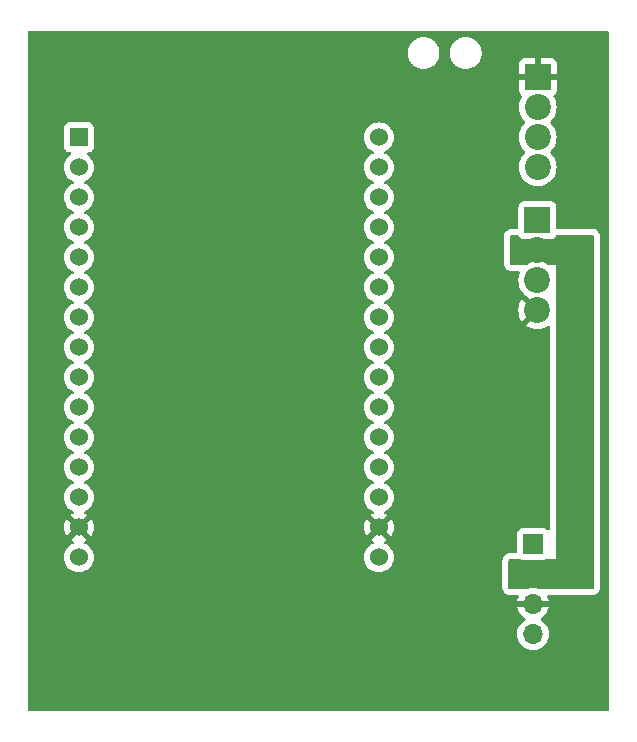
<source format=gbl>
%TF.GenerationSoftware,KiCad,Pcbnew,7.0.11-7.0.11~ubuntu22.04.1*%
%TF.CreationDate,2024-03-24T21:47:42+11:00*%
%TF.ProjectId,esp32_pwm_fan,65737033-325f-4707-976d-5f66616e2e6b,rev?*%
%TF.SameCoordinates,Original*%
%TF.FileFunction,Copper,L2,Bot*%
%TF.FilePolarity,Positive*%
%FSLAX46Y46*%
G04 Gerber Fmt 4.6, Leading zero omitted, Abs format (unit mm)*
G04 Created by KiCad (PCBNEW 7.0.11-7.0.11~ubuntu22.04.1) date 2024-03-24 21:47:42*
%MOMM*%
%LPD*%
G01*
G04 APERTURE LIST*
%TA.AperFunction,ComponentPad*%
%ADD10R,2.200000X2.200000*%
%TD*%
%TA.AperFunction,ComponentPad*%
%ADD11C,2.200000*%
%TD*%
%TA.AperFunction,ComponentPad*%
%ADD12R,1.524000X1.524000*%
%TD*%
%TA.AperFunction,ComponentPad*%
%ADD13C,1.524000*%
%TD*%
%TA.AperFunction,ComponentPad*%
%ADD14R,1.700000X1.700000*%
%TD*%
%TA.AperFunction,ComponentPad*%
%ADD15O,1.700000X1.700000*%
%TD*%
G04 APERTURE END LIST*
D10*
%TO.P,J1,1,Pin_1*%
%TO.N,GND*%
X116170000Y-49930000D03*
D11*
%TO.P,J1,2,Pin_2*%
%TO.N,+3V3*%
X116170000Y-52470000D03*
%TO.P,J1,3,Pin_3*%
%TO.N,Net-(J1-Pin_3)*%
X116170000Y-55010000D03*
%TO.P,J1,4,Pin_4*%
%TO.N,Net-(J1-Pin_4)*%
X116170000Y-57550000D03*
%TD*%
D12*
%TO.P,U2,1,EN*%
%TO.N,unconnected-(U2-EN-Pad1)*%
X77325000Y-55025000D03*
D13*
%TO.P,U2,2,SENSOR_VP*%
%TO.N,unconnected-(U2-SENSOR_VP-Pad2)*%
X77325000Y-57565000D03*
%TO.P,U2,3,SENSOR_VN*%
%TO.N,unconnected-(U2-SENSOR_VN-Pad3)*%
X77325000Y-60105000D03*
%TO.P,U2,4,IO34*%
%TO.N,unconnected-(U2-IO34-Pad4)*%
X77325000Y-62645000D03*
%TO.P,U2,5,IO35*%
%TO.N,unconnected-(U2-IO35-Pad5)*%
X77325000Y-65185000D03*
%TO.P,U2,6,IO32*%
%TO.N,unconnected-(U2-IO32-Pad6)*%
X77325000Y-67725000D03*
%TO.P,U2,7,IO33*%
%TO.N,unconnected-(U2-IO33-Pad7)*%
X77325000Y-70265000D03*
%TO.P,U2,8,IO25*%
%TO.N,unconnected-(U2-IO25-Pad8)*%
X77325000Y-72805000D03*
%TO.P,U2,9,IO26*%
%TO.N,unconnected-(U2-IO26-Pad9)*%
X77325000Y-75345000D03*
%TO.P,U2,10,IO27*%
%TO.N,unconnected-(U2-IO27-Pad10)*%
X77325000Y-77885000D03*
%TO.P,U2,11,IO14*%
%TO.N,Net-(J1-Pin_4)*%
X77325000Y-80425000D03*
%TO.P,U2,12,IO12*%
%TO.N,unconnected-(U2-IO12-Pad12)*%
X77325000Y-82965000D03*
%TO.P,U2,13,IO13*%
%TO.N,Net-(J1-Pin_3)*%
X77325000Y-85505000D03*
%TO.P,U2,14,GND*%
%TO.N,GND*%
X77325000Y-88045000D03*
%TO.P,U2,15,VIN*%
%TO.N,unconnected-(U2-VIN-Pad15)*%
X77325000Y-90585000D03*
%TO.P,U2,16,3V3*%
%TO.N,+3V3*%
X102725000Y-90585000D03*
%TO.P,U2,17,GND*%
%TO.N,GND*%
X102725000Y-88045000D03*
%TO.P,U2,18,IO15*%
%TO.N,unconnected-(U2-IO15-Pad18)*%
X102725000Y-85505000D03*
%TO.P,U2,19,IO2*%
%TO.N,unconnected-(U2-IO2-Pad19)*%
X102725000Y-82965000D03*
%TO.P,U2,20,IO4*%
%TO.N,unconnected-(U2-IO4-Pad20)*%
X102725000Y-80425000D03*
%TO.P,U2,21,IO16*%
%TO.N,unconnected-(U2-IO16-Pad21)*%
X102725000Y-77885000D03*
%TO.P,U2,22,IO17*%
%TO.N,unconnected-(U2-IO17-Pad22)*%
X102725000Y-75345000D03*
%TO.P,U2,23,IO5*%
%TO.N,unconnected-(U2-IO5-Pad23)*%
X102725000Y-72805000D03*
%TO.P,U2,24,IO18*%
%TO.N,unconnected-(U2-IO18-Pad24)*%
X102725000Y-70265000D03*
%TO.P,U2,25,IO19*%
%TO.N,unconnected-(U2-IO19-Pad25)*%
X102725000Y-67725000D03*
%TO.P,U2,26,IO21*%
%TO.N,Net-(U2-IO21)*%
X102725000Y-65185000D03*
%TO.P,U2,27,RXD0/IO3*%
%TO.N,unconnected-(U2-RXD0{slash}IO3-Pad27)*%
X102725000Y-62645000D03*
%TO.P,U2,28,TXD0/IO1*%
%TO.N,unconnected-(U2-TXD0{slash}IO1-Pad28)*%
X102725000Y-60105000D03*
%TO.P,U2,29,IO22*%
%TO.N,unconnected-(U2-IO22-Pad29)*%
X102725000Y-57565000D03*
%TO.P,U2,30,IO23*%
%TO.N,unconnected-(U2-IO23-Pad30)*%
X102725000Y-55025000D03*
%TD*%
D14*
%TO.P,J3,1,Pin_1*%
%TO.N,unconnected-(J3-Pin_1-Pad1)*%
X115775000Y-89450000D03*
D15*
%TO.P,J3,2,Pin_2*%
%TO.N,+10V*%
X115775000Y-91990000D03*
%TO.P,J3,3,Pin_3*%
%TO.N,GND*%
X115775000Y-94530000D03*
%TO.P,J3,4,Pin_4*%
%TO.N,+3V3*%
X115775000Y-97070000D03*
%TD*%
D10*
%TO.P,J2,1,Pin_1*%
%TO.N,unconnected-(J2-Pin_1-Pad1)*%
X116140000Y-62050000D03*
D11*
%TO.P,J2,2,Pin_2*%
%TO.N,+10V*%
X116140000Y-64590000D03*
%TO.P,J2,3,Pin_3*%
%TO.N,Net-(D1-K)*%
X116140000Y-67130000D03*
%TO.P,J2,4,Pin_4*%
%TO.N,GND*%
X116140000Y-69670000D03*
%TD*%
%TA.AperFunction,Conductor*%
%TO.N,GND*%
G36*
X122117539Y-46020185D02*
G01*
X122163294Y-46072989D01*
X122174500Y-46124500D01*
X122174500Y-103500500D01*
X122154815Y-103567539D01*
X122102011Y-103613294D01*
X122050500Y-103624500D01*
X73149500Y-103624500D01*
X73082461Y-103604815D01*
X73036706Y-103552011D01*
X73025500Y-103500500D01*
X73025500Y-93126000D01*
X113169500Y-93126000D01*
X113169501Y-93126009D01*
X113181052Y-93233450D01*
X113181054Y-93233462D01*
X113192260Y-93284972D01*
X113226383Y-93387497D01*
X113226386Y-93387503D01*
X113304171Y-93508537D01*
X113304179Y-93508548D01*
X113349923Y-93561340D01*
X113349926Y-93561343D01*
X113349930Y-93561347D01*
X113458664Y-93655567D01*
X113458667Y-93655568D01*
X113458668Y-93655569D01*
X113553107Y-93698699D01*
X113589541Y-93715338D01*
X113656580Y-93735023D01*
X113656584Y-93735024D01*
X113799000Y-93755500D01*
X113799003Y-93755500D01*
X114451954Y-93755500D01*
X114518993Y-93775185D01*
X114564748Y-93827989D01*
X114574692Y-93897147D01*
X114564336Y-93931905D01*
X114501570Y-94066507D01*
X114501567Y-94066513D01*
X114444364Y-94279999D01*
X114444364Y-94280000D01*
X115341314Y-94280000D01*
X115315507Y-94320156D01*
X115275000Y-94458111D01*
X115275000Y-94601889D01*
X115315507Y-94739844D01*
X115341314Y-94780000D01*
X114444364Y-94780000D01*
X114501567Y-94993486D01*
X114501570Y-94993492D01*
X114601399Y-95207578D01*
X114736894Y-95401082D01*
X114903917Y-95568105D01*
X115089595Y-95698119D01*
X115133219Y-95752696D01*
X115140412Y-95822195D01*
X115108890Y-95884549D01*
X115089595Y-95901269D01*
X114903594Y-96031508D01*
X114736505Y-96198597D01*
X114600965Y-96392169D01*
X114600964Y-96392171D01*
X114501098Y-96606335D01*
X114501094Y-96606344D01*
X114439938Y-96834586D01*
X114439936Y-96834596D01*
X114419341Y-97069999D01*
X114419341Y-97070000D01*
X114439936Y-97305403D01*
X114439938Y-97305413D01*
X114501094Y-97533655D01*
X114501096Y-97533659D01*
X114501097Y-97533663D01*
X114600965Y-97747830D01*
X114600967Y-97747834D01*
X114709281Y-97902521D01*
X114736505Y-97941401D01*
X114903599Y-98108495D01*
X115000384Y-98176265D01*
X115097165Y-98244032D01*
X115097167Y-98244033D01*
X115097170Y-98244035D01*
X115311337Y-98343903D01*
X115539592Y-98405063D01*
X115727918Y-98421539D01*
X115774999Y-98425659D01*
X115775000Y-98425659D01*
X115775001Y-98425659D01*
X115814234Y-98422226D01*
X116010408Y-98405063D01*
X116238663Y-98343903D01*
X116452830Y-98244035D01*
X116646401Y-98108495D01*
X116813495Y-97941401D01*
X116949035Y-97747830D01*
X117048903Y-97533663D01*
X117110063Y-97305408D01*
X117130659Y-97070000D01*
X117110063Y-96834592D01*
X117048903Y-96606337D01*
X116949035Y-96392171D01*
X116813495Y-96198599D01*
X116813494Y-96198597D01*
X116646402Y-96031506D01*
X116646401Y-96031505D01*
X116460405Y-95901269D01*
X116416781Y-95846692D01*
X116409588Y-95777193D01*
X116441110Y-95714839D01*
X116460405Y-95698119D01*
X116646082Y-95568105D01*
X116813105Y-95401082D01*
X116948600Y-95207578D01*
X117048429Y-94993492D01*
X117048432Y-94993486D01*
X117105636Y-94780000D01*
X116208686Y-94780000D01*
X116234493Y-94739844D01*
X116275000Y-94601889D01*
X116275000Y-94458111D01*
X116234493Y-94320156D01*
X116208686Y-94280000D01*
X117105636Y-94280000D01*
X117105635Y-94279999D01*
X117048432Y-94066513D01*
X117048429Y-94066507D01*
X116985664Y-93931905D01*
X116975172Y-93862827D01*
X117003692Y-93799043D01*
X117062168Y-93760804D01*
X117098046Y-93755500D01*
X120801037Y-93755500D01*
X120801041Y-93755500D01*
X120908406Y-93743967D01*
X120959880Y-93732779D01*
X121062358Y-93698699D01*
X121183423Y-93620951D01*
X121236242Y-93575213D01*
X121330496Y-93466510D01*
X121390310Y-93335652D01*
X121410017Y-93268619D01*
X121430541Y-93126210D01*
X121440458Y-63409208D01*
X121428924Y-63301670D01*
X121417719Y-63250120D01*
X121383572Y-63147496D01*
X121305784Y-63026457D01*
X121305779Y-63026451D01*
X121260035Y-62973659D01*
X121260031Y-62973656D01*
X121260029Y-62973653D01*
X121151295Y-62879433D01*
X121151292Y-62879431D01*
X121151290Y-62879430D01*
X121020424Y-62819664D01*
X121020419Y-62819662D01*
X121020418Y-62819662D01*
X120962659Y-62802702D01*
X120953376Y-62799976D01*
X120880379Y-62789481D01*
X120810959Y-62779500D01*
X117864499Y-62779500D01*
X117797460Y-62759815D01*
X117751705Y-62707011D01*
X117740499Y-62655500D01*
X117740499Y-60902129D01*
X117740498Y-60902123D01*
X117740497Y-60902116D01*
X117734091Y-60842517D01*
X117683796Y-60707669D01*
X117683795Y-60707668D01*
X117683793Y-60707664D01*
X117597547Y-60592455D01*
X117597544Y-60592452D01*
X117482335Y-60506206D01*
X117482328Y-60506202D01*
X117347482Y-60455908D01*
X117347483Y-60455908D01*
X117287883Y-60449501D01*
X117287881Y-60449500D01*
X117287873Y-60449500D01*
X117287864Y-60449500D01*
X114992129Y-60449500D01*
X114992123Y-60449501D01*
X114932516Y-60455908D01*
X114797671Y-60506202D01*
X114797664Y-60506206D01*
X114682455Y-60592452D01*
X114682452Y-60592455D01*
X114596206Y-60707664D01*
X114596202Y-60707671D01*
X114545908Y-60842517D01*
X114539501Y-60902116D01*
X114539501Y-60902123D01*
X114539500Y-60902135D01*
X114539500Y-62655500D01*
X114519815Y-62722539D01*
X114467011Y-62768294D01*
X114415500Y-62779500D01*
X113934519Y-62779500D01*
X113826039Y-62791277D01*
X113774053Y-62802699D01*
X113774044Y-62802702D01*
X113670630Y-62837482D01*
X113549912Y-62915776D01*
X113497301Y-62961750D01*
X113497297Y-62961754D01*
X113403533Y-63070879D01*
X113344309Y-63202009D01*
X113325248Y-63267943D01*
X113324917Y-63269045D01*
X113324906Y-63269126D01*
X113324905Y-63269128D01*
X113320366Y-63301664D01*
X113305024Y-63411630D01*
X113314631Y-65710624D01*
X113326405Y-65816994D01*
X113337611Y-65867989D01*
X113337613Y-65867998D01*
X113371511Y-65969491D01*
X113371513Y-65969496D01*
X113449297Y-66090528D01*
X113449305Y-66090539D01*
X113495049Y-66143331D01*
X113495052Y-66143334D01*
X113495056Y-66143338D01*
X113603790Y-66237558D01*
X113603793Y-66237559D01*
X113603794Y-66237560D01*
X113702264Y-66282531D01*
X113734667Y-66297329D01*
X113801706Y-66317014D01*
X113801710Y-66317015D01*
X113944126Y-66337491D01*
X114550319Y-66337491D01*
X114617358Y-66357176D01*
X114663113Y-66409980D01*
X114673057Y-66479138D01*
X114664880Y-66508943D01*
X114613127Y-66633885D01*
X114613127Y-66633887D01*
X114554317Y-66878848D01*
X114534551Y-67130000D01*
X114554317Y-67381151D01*
X114613126Y-67626110D01*
X114709533Y-67858859D01*
X114841160Y-68073653D01*
X114841161Y-68073656D01*
X114841164Y-68073659D01*
X115004776Y-68265224D01*
X115196341Y-68428836D01*
X115328586Y-68509876D01*
X115351472Y-68527919D01*
X115968431Y-69144878D01*
X115851542Y-69195651D01*
X115734261Y-69291066D01*
X115647072Y-69414585D01*
X115616645Y-69500198D01*
X114842266Y-68725819D01*
X114841567Y-68726637D01*
X114709980Y-68941368D01*
X114613603Y-69174043D01*
X114554812Y-69418927D01*
X114535052Y-69670000D01*
X114554812Y-69921072D01*
X114613603Y-70165956D01*
X114709980Y-70398631D01*
X114841568Y-70613362D01*
X114842266Y-70614179D01*
X115614070Y-69842376D01*
X115616884Y-69855915D01*
X115686442Y-69990156D01*
X115789638Y-70100652D01*
X115918819Y-70179209D01*
X115970001Y-70193549D01*
X115195819Y-70967732D01*
X115195819Y-70967733D01*
X115196634Y-70968429D01*
X115411368Y-71100019D01*
X115644043Y-71196396D01*
X115888927Y-71255187D01*
X116140000Y-71274947D01*
X116391072Y-71255187D01*
X116635956Y-71196396D01*
X116868631Y-71100019D01*
X117046989Y-70990721D01*
X117114435Y-70972476D01*
X117181037Y-70993592D01*
X117225651Y-71047364D01*
X117235779Y-71096551D01*
X117221620Y-88189362D01*
X117201880Y-88256385D01*
X117149038Y-88302096D01*
X117079871Y-88311982D01*
X117016340Y-88282905D01*
X116998354Y-88263571D01*
X116982546Y-88242454D01*
X116982544Y-88242453D01*
X116982544Y-88242452D01*
X116867335Y-88156206D01*
X116867328Y-88156202D01*
X116732482Y-88105908D01*
X116732483Y-88105908D01*
X116672883Y-88099501D01*
X116672881Y-88099500D01*
X116672873Y-88099500D01*
X116672864Y-88099500D01*
X114877129Y-88099500D01*
X114877123Y-88099501D01*
X114817516Y-88105908D01*
X114682671Y-88156202D01*
X114682664Y-88156206D01*
X114567455Y-88242452D01*
X114567452Y-88242455D01*
X114481206Y-88357664D01*
X114481202Y-88357671D01*
X114430908Y-88492517D01*
X114424501Y-88552116D01*
X114424500Y-88552127D01*
X114424500Y-89394106D01*
X114424501Y-90120500D01*
X114404816Y-90187539D01*
X114352013Y-90233294D01*
X114300501Y-90244500D01*
X113799000Y-90244500D01*
X113798991Y-90244500D01*
X113798990Y-90244501D01*
X113691549Y-90256052D01*
X113691537Y-90256054D01*
X113640027Y-90267260D01*
X113537502Y-90301383D01*
X113537496Y-90301386D01*
X113416462Y-90379171D01*
X113416451Y-90379179D01*
X113363659Y-90424923D01*
X113269433Y-90533664D01*
X113269430Y-90533668D01*
X113209664Y-90664534D01*
X113209662Y-90664541D01*
X113189977Y-90731580D01*
X113189976Y-90731584D01*
X113169500Y-90874000D01*
X113169500Y-93126000D01*
X73025500Y-93126000D01*
X73025500Y-90585002D01*
X76057677Y-90585002D01*
X76076929Y-90805062D01*
X76076930Y-90805070D01*
X76134104Y-91018445D01*
X76134105Y-91018447D01*
X76134106Y-91018450D01*
X76227466Y-91218662D01*
X76227468Y-91218666D01*
X76354170Y-91399615D01*
X76354175Y-91399621D01*
X76510378Y-91555824D01*
X76510384Y-91555829D01*
X76691333Y-91682531D01*
X76691335Y-91682532D01*
X76691338Y-91682534D01*
X76891550Y-91775894D01*
X77104932Y-91833070D01*
X77262123Y-91846822D01*
X77324998Y-91852323D01*
X77325000Y-91852323D01*
X77325002Y-91852323D01*
X77380017Y-91847509D01*
X77545068Y-91833070D01*
X77758450Y-91775894D01*
X77958662Y-91682534D01*
X78139620Y-91555826D01*
X78295826Y-91399620D01*
X78422534Y-91218662D01*
X78515894Y-91018450D01*
X78573070Y-90805068D01*
X78592323Y-90585002D01*
X101457677Y-90585002D01*
X101476929Y-90805062D01*
X101476930Y-90805070D01*
X101534104Y-91018445D01*
X101534105Y-91018447D01*
X101534106Y-91018450D01*
X101627466Y-91218662D01*
X101627468Y-91218666D01*
X101754170Y-91399615D01*
X101754175Y-91399621D01*
X101910378Y-91555824D01*
X101910384Y-91555829D01*
X102091333Y-91682531D01*
X102091335Y-91682532D01*
X102091338Y-91682534D01*
X102291550Y-91775894D01*
X102504932Y-91833070D01*
X102662123Y-91846822D01*
X102724998Y-91852323D01*
X102725000Y-91852323D01*
X102725002Y-91852323D01*
X102780017Y-91847509D01*
X102945068Y-91833070D01*
X103158450Y-91775894D01*
X103358662Y-91682534D01*
X103539620Y-91555826D01*
X103695826Y-91399620D01*
X103822534Y-91218662D01*
X103915894Y-91018450D01*
X103973070Y-90805068D01*
X103992323Y-90585000D01*
X103973070Y-90364932D01*
X103915894Y-90151550D01*
X103822534Y-89951339D01*
X103695826Y-89770380D01*
X103539620Y-89614174D01*
X103539616Y-89614171D01*
X103539615Y-89614170D01*
X103358666Y-89487468D01*
X103358662Y-89487466D01*
X103229218Y-89427105D01*
X103176779Y-89380932D01*
X103157627Y-89313739D01*
X103177843Y-89246858D01*
X103229219Y-89202340D01*
X103358416Y-89142095D01*
X103358417Y-89142094D01*
X103423188Y-89096741D01*
X102752448Y-88426000D01*
X102756569Y-88426000D01*
X102850421Y-88410339D01*
X102962251Y-88349820D01*
X103048371Y-88256269D01*
X103099448Y-88139823D01*
X103105105Y-88071552D01*
X103776741Y-88743188D01*
X103822094Y-88678417D01*
X103822100Y-88678407D01*
X103915419Y-88478284D01*
X103915424Y-88478270D01*
X103972573Y-88264986D01*
X103972575Y-88264976D01*
X103991821Y-88045000D01*
X103991821Y-88044999D01*
X103972575Y-87825023D01*
X103972573Y-87825013D01*
X103915424Y-87611729D01*
X103915420Y-87611720D01*
X103822096Y-87411586D01*
X103776741Y-87346811D01*
X103776740Y-87346810D01*
X103109903Y-88013648D01*
X103109949Y-88013102D01*
X103078734Y-87889838D01*
X103009187Y-87783388D01*
X102908843Y-87705287D01*
X102788578Y-87664000D01*
X102752448Y-87664000D01*
X103423188Y-86993259D01*
X103423187Y-86993258D01*
X103358411Y-86947901D01*
X103358405Y-86947898D01*
X103229219Y-86887658D01*
X103176779Y-86841486D01*
X103157627Y-86774293D01*
X103177843Y-86707411D01*
X103229219Y-86662894D01*
X103358662Y-86602534D01*
X103539620Y-86475826D01*
X103695826Y-86319620D01*
X103822534Y-86138662D01*
X103915894Y-85938450D01*
X103973070Y-85725068D01*
X103992323Y-85505000D01*
X103973070Y-85284932D01*
X103915894Y-85071550D01*
X103822534Y-84871339D01*
X103695826Y-84690380D01*
X103539620Y-84534174D01*
X103539616Y-84534171D01*
X103539615Y-84534170D01*
X103358666Y-84407468D01*
X103358658Y-84407464D01*
X103229811Y-84347382D01*
X103177371Y-84301210D01*
X103158219Y-84234017D01*
X103178435Y-84167135D01*
X103229811Y-84122618D01*
X103235802Y-84119824D01*
X103358662Y-84062534D01*
X103539620Y-83935826D01*
X103695826Y-83779620D01*
X103822534Y-83598662D01*
X103915894Y-83398450D01*
X103973070Y-83185068D01*
X103992323Y-82965000D01*
X103973070Y-82744932D01*
X103915894Y-82531550D01*
X103822534Y-82331339D01*
X103695826Y-82150380D01*
X103539620Y-81994174D01*
X103539616Y-81994171D01*
X103539615Y-81994170D01*
X103358666Y-81867468D01*
X103358658Y-81867464D01*
X103229811Y-81807382D01*
X103177371Y-81761210D01*
X103158219Y-81694017D01*
X103178435Y-81627135D01*
X103229811Y-81582618D01*
X103235802Y-81579824D01*
X103358662Y-81522534D01*
X103539620Y-81395826D01*
X103695826Y-81239620D01*
X103822534Y-81058662D01*
X103915894Y-80858450D01*
X103973070Y-80645068D01*
X103992323Y-80425000D01*
X103973070Y-80204932D01*
X103915894Y-79991550D01*
X103822534Y-79791339D01*
X103695826Y-79610380D01*
X103539620Y-79454174D01*
X103539616Y-79454171D01*
X103539615Y-79454170D01*
X103358666Y-79327468D01*
X103358658Y-79327464D01*
X103229811Y-79267382D01*
X103177371Y-79221210D01*
X103158219Y-79154017D01*
X103178435Y-79087135D01*
X103229811Y-79042618D01*
X103235802Y-79039824D01*
X103358662Y-78982534D01*
X103539620Y-78855826D01*
X103695826Y-78699620D01*
X103822534Y-78518662D01*
X103915894Y-78318450D01*
X103973070Y-78105068D01*
X103992323Y-77885000D01*
X103973070Y-77664932D01*
X103915894Y-77451550D01*
X103822534Y-77251339D01*
X103695826Y-77070380D01*
X103539620Y-76914174D01*
X103539616Y-76914171D01*
X103539615Y-76914170D01*
X103358666Y-76787468D01*
X103358658Y-76787464D01*
X103229811Y-76727382D01*
X103177371Y-76681210D01*
X103158219Y-76614017D01*
X103178435Y-76547135D01*
X103229811Y-76502618D01*
X103235802Y-76499824D01*
X103358662Y-76442534D01*
X103539620Y-76315826D01*
X103695826Y-76159620D01*
X103822534Y-75978662D01*
X103915894Y-75778450D01*
X103973070Y-75565068D01*
X103992323Y-75345000D01*
X103973070Y-75124932D01*
X103915894Y-74911550D01*
X103822534Y-74711339D01*
X103695826Y-74530380D01*
X103539620Y-74374174D01*
X103539616Y-74374171D01*
X103539615Y-74374170D01*
X103358666Y-74247468D01*
X103358658Y-74247464D01*
X103229811Y-74187382D01*
X103177371Y-74141210D01*
X103158219Y-74074017D01*
X103178435Y-74007135D01*
X103229811Y-73962618D01*
X103235802Y-73959824D01*
X103358662Y-73902534D01*
X103539620Y-73775826D01*
X103695826Y-73619620D01*
X103822534Y-73438662D01*
X103915894Y-73238450D01*
X103973070Y-73025068D01*
X103992323Y-72805000D01*
X103973070Y-72584932D01*
X103915894Y-72371550D01*
X103822534Y-72171339D01*
X103695826Y-71990380D01*
X103539620Y-71834174D01*
X103539616Y-71834171D01*
X103539615Y-71834170D01*
X103358666Y-71707468D01*
X103358658Y-71707464D01*
X103229811Y-71647382D01*
X103177371Y-71601210D01*
X103158219Y-71534017D01*
X103178435Y-71467135D01*
X103229811Y-71422618D01*
X103235802Y-71419824D01*
X103358662Y-71362534D01*
X103539620Y-71235826D01*
X103695826Y-71079620D01*
X103822534Y-70898662D01*
X103915894Y-70698450D01*
X103973070Y-70485068D01*
X103992323Y-70265000D01*
X103973070Y-70044932D01*
X103915894Y-69831550D01*
X103822534Y-69631339D01*
X103759180Y-69540859D01*
X103695827Y-69450381D01*
X103660031Y-69414585D01*
X103539620Y-69294174D01*
X103539616Y-69294171D01*
X103539615Y-69294170D01*
X103358666Y-69167468D01*
X103358658Y-69167464D01*
X103229811Y-69107382D01*
X103177371Y-69061210D01*
X103158219Y-68994017D01*
X103178435Y-68927135D01*
X103229811Y-68882618D01*
X103235802Y-68879824D01*
X103358662Y-68822534D01*
X103539620Y-68695826D01*
X103695826Y-68539620D01*
X103822534Y-68358662D01*
X103915894Y-68158450D01*
X103973070Y-67945068D01*
X103992323Y-67725000D01*
X103973070Y-67504932D01*
X103915894Y-67291550D01*
X103822534Y-67091339D01*
X103695826Y-66910380D01*
X103539620Y-66754174D01*
X103539616Y-66754171D01*
X103539615Y-66754170D01*
X103358666Y-66627468D01*
X103358658Y-66627464D01*
X103229811Y-66567382D01*
X103177371Y-66521210D01*
X103158219Y-66454017D01*
X103178435Y-66387135D01*
X103229811Y-66342618D01*
X103240808Y-66337490D01*
X103358662Y-66282534D01*
X103539620Y-66155826D01*
X103695826Y-65999620D01*
X103822534Y-65818662D01*
X103915894Y-65618450D01*
X103973070Y-65405068D01*
X103992323Y-65185000D01*
X103973070Y-64964932D01*
X103915894Y-64751550D01*
X103822534Y-64551339D01*
X103695826Y-64370380D01*
X103539620Y-64214174D01*
X103539616Y-64214171D01*
X103539615Y-64214170D01*
X103358666Y-64087468D01*
X103358658Y-64087464D01*
X103229811Y-64027382D01*
X103177371Y-63981210D01*
X103158219Y-63914017D01*
X103178435Y-63847135D01*
X103229811Y-63802618D01*
X103235802Y-63799824D01*
X103358662Y-63742534D01*
X103539620Y-63615826D01*
X103695826Y-63459620D01*
X103822534Y-63278662D01*
X103915894Y-63078450D01*
X103973070Y-62865068D01*
X103987509Y-62700017D01*
X103992323Y-62645002D01*
X103992323Y-62644997D01*
X103973070Y-62424937D01*
X103973070Y-62424932D01*
X103915894Y-62211550D01*
X103822534Y-62011339D01*
X103695826Y-61830380D01*
X103539620Y-61674174D01*
X103539616Y-61674171D01*
X103539615Y-61674170D01*
X103358666Y-61547468D01*
X103358658Y-61547464D01*
X103229811Y-61487382D01*
X103177371Y-61441210D01*
X103158219Y-61374017D01*
X103178435Y-61307135D01*
X103229811Y-61262618D01*
X103235802Y-61259824D01*
X103358662Y-61202534D01*
X103539620Y-61075826D01*
X103695826Y-60919620D01*
X103822534Y-60738662D01*
X103915894Y-60538450D01*
X103973070Y-60325068D01*
X103992323Y-60105000D01*
X103973070Y-59884932D01*
X103915894Y-59671550D01*
X103822534Y-59471339D01*
X103695826Y-59290380D01*
X103539620Y-59134174D01*
X103539616Y-59134171D01*
X103539615Y-59134170D01*
X103358666Y-59007468D01*
X103358658Y-59007464D01*
X103229811Y-58947382D01*
X103177371Y-58901210D01*
X103158219Y-58834017D01*
X103178435Y-58767135D01*
X103229811Y-58722618D01*
X103235802Y-58719824D01*
X103358662Y-58662534D01*
X103539620Y-58535826D01*
X103695826Y-58379620D01*
X103822534Y-58198662D01*
X103915894Y-57998450D01*
X103973070Y-57785068D01*
X103992323Y-57565000D01*
X103991011Y-57550000D01*
X114564551Y-57550000D01*
X114584317Y-57801151D01*
X114643126Y-58046110D01*
X114739533Y-58278859D01*
X114871160Y-58493653D01*
X114871161Y-58493656D01*
X114926604Y-58558571D01*
X115034776Y-58685224D01*
X115183066Y-58811875D01*
X115226343Y-58848838D01*
X115226346Y-58848839D01*
X115441140Y-58980466D01*
X115673889Y-59076873D01*
X115918852Y-59135683D01*
X116170000Y-59155449D01*
X116421148Y-59135683D01*
X116666111Y-59076873D01*
X116898859Y-58980466D01*
X117113659Y-58848836D01*
X117305224Y-58685224D01*
X117468836Y-58493659D01*
X117600466Y-58278859D01*
X117696873Y-58046111D01*
X117755683Y-57801148D01*
X117775449Y-57550000D01*
X117755683Y-57298852D01*
X117696873Y-57053889D01*
X117646112Y-56931340D01*
X117600466Y-56821140D01*
X117468839Y-56606346D01*
X117468838Y-56606343D01*
X117305224Y-56414776D01*
X117296567Y-56407382D01*
X117257819Y-56374289D01*
X117219627Y-56315784D01*
X117219128Y-56245916D01*
X117256482Y-56186870D01*
X117257756Y-56185764D01*
X117305224Y-56145224D01*
X117468836Y-55953659D01*
X117600466Y-55738859D01*
X117696873Y-55506111D01*
X117755683Y-55261148D01*
X117775449Y-55010000D01*
X117755683Y-54758852D01*
X117696873Y-54513889D01*
X117646112Y-54391340D01*
X117600466Y-54281140D01*
X117468839Y-54066346D01*
X117468838Y-54066343D01*
X117305224Y-53874776D01*
X117257819Y-53834289D01*
X117219627Y-53775784D01*
X117219128Y-53705916D01*
X117256482Y-53646870D01*
X117257756Y-53645764D01*
X117305224Y-53605224D01*
X117468836Y-53413659D01*
X117600466Y-53198859D01*
X117696873Y-52966111D01*
X117755683Y-52721148D01*
X117775449Y-52470000D01*
X117755683Y-52218852D01*
X117696873Y-51973889D01*
X117600466Y-51741141D01*
X117600466Y-51741140D01*
X117519217Y-51608555D01*
X117500972Y-51541110D01*
X117522088Y-51474507D01*
X117550633Y-51444498D01*
X117627190Y-51387186D01*
X117713350Y-51272093D01*
X117713354Y-51272086D01*
X117763596Y-51137379D01*
X117763598Y-51137372D01*
X117769999Y-51077844D01*
X117770000Y-51077827D01*
X117770000Y-50180000D01*
X116664852Y-50180000D01*
X116713559Y-50042953D01*
X116723877Y-49892114D01*
X116693116Y-49744085D01*
X116659910Y-49680000D01*
X117770000Y-49680000D01*
X117770000Y-48782172D01*
X117769999Y-48782155D01*
X117763598Y-48722627D01*
X117763596Y-48722620D01*
X117713354Y-48587913D01*
X117713350Y-48587906D01*
X117627190Y-48472812D01*
X117627187Y-48472809D01*
X117512093Y-48386649D01*
X117512086Y-48386645D01*
X117377379Y-48336403D01*
X117377372Y-48336401D01*
X117317844Y-48330000D01*
X116420000Y-48330000D01*
X116420000Y-49438316D01*
X116391181Y-49420791D01*
X116245596Y-49380000D01*
X116132378Y-49380000D01*
X116020217Y-49395416D01*
X115920000Y-49438946D01*
X115920000Y-48330000D01*
X115022155Y-48330000D01*
X114962627Y-48336401D01*
X114962620Y-48336403D01*
X114827913Y-48386645D01*
X114827906Y-48386649D01*
X114712812Y-48472809D01*
X114712809Y-48472812D01*
X114626649Y-48587906D01*
X114626645Y-48587913D01*
X114576403Y-48722620D01*
X114576401Y-48722627D01*
X114570000Y-48782155D01*
X114570000Y-49680000D01*
X115675148Y-49680000D01*
X115626441Y-49817047D01*
X115616123Y-49967886D01*
X115646884Y-50115915D01*
X115680090Y-50180000D01*
X114570000Y-50180000D01*
X114570000Y-51077844D01*
X114576401Y-51137372D01*
X114576403Y-51137379D01*
X114626645Y-51272086D01*
X114626649Y-51272093D01*
X114712809Y-51387187D01*
X114712812Y-51387190D01*
X114789366Y-51444499D01*
X114831237Y-51500433D01*
X114836221Y-51570124D01*
X114820783Y-51608555D01*
X114739531Y-51741145D01*
X114643126Y-51973889D01*
X114584317Y-52218848D01*
X114564551Y-52470000D01*
X114584317Y-52721151D01*
X114643126Y-52966110D01*
X114739533Y-53198859D01*
X114871160Y-53413653D01*
X114871161Y-53413656D01*
X114871164Y-53413659D01*
X115034776Y-53605224D01*
X115082178Y-53645709D01*
X115082179Y-53645710D01*
X115120372Y-53704217D01*
X115120870Y-53774085D01*
X115083516Y-53833131D01*
X115082179Y-53834290D01*
X115034776Y-53874776D01*
X114871161Y-54066343D01*
X114871160Y-54066346D01*
X114739533Y-54281140D01*
X114643126Y-54513889D01*
X114584317Y-54758848D01*
X114564551Y-55010000D01*
X114584317Y-55261151D01*
X114643126Y-55506110D01*
X114739533Y-55738859D01*
X114871160Y-55953653D01*
X114871161Y-55953656D01*
X114926604Y-56018571D01*
X115034776Y-56145224D01*
X115078559Y-56182618D01*
X115082179Y-56185710D01*
X115120372Y-56244217D01*
X115120870Y-56314085D01*
X115083516Y-56373131D01*
X115082179Y-56374290D01*
X115034776Y-56414776D01*
X114871161Y-56606343D01*
X114871160Y-56606346D01*
X114739533Y-56821140D01*
X114643126Y-57053889D01*
X114584317Y-57298848D01*
X114564551Y-57550000D01*
X103991011Y-57550000D01*
X103973070Y-57344932D01*
X103915894Y-57131550D01*
X103822534Y-56931339D01*
X103695826Y-56750380D01*
X103539620Y-56594174D01*
X103539616Y-56594171D01*
X103539615Y-56594170D01*
X103358666Y-56467468D01*
X103358658Y-56467464D01*
X103229811Y-56407382D01*
X103177371Y-56361210D01*
X103158219Y-56294017D01*
X103178435Y-56227135D01*
X103229811Y-56182618D01*
X103235802Y-56179824D01*
X103358662Y-56122534D01*
X103539620Y-55995826D01*
X103695826Y-55839620D01*
X103822534Y-55658662D01*
X103915894Y-55458450D01*
X103973070Y-55245068D01*
X103992323Y-55025000D01*
X103973070Y-54804932D01*
X103915894Y-54591550D01*
X103822534Y-54391339D01*
X103745372Y-54281140D01*
X103695827Y-54210381D01*
X103640962Y-54155516D01*
X103539620Y-54054174D01*
X103539616Y-54054171D01*
X103539615Y-54054170D01*
X103358666Y-53927468D01*
X103358662Y-53927466D01*
X103311457Y-53905454D01*
X103158450Y-53834106D01*
X103158447Y-53834105D01*
X103158445Y-53834104D01*
X102945070Y-53776930D01*
X102945062Y-53776929D01*
X102725002Y-53757677D01*
X102724998Y-53757677D01*
X102504937Y-53776929D01*
X102504929Y-53776930D01*
X102291554Y-53834104D01*
X102291550Y-53834106D01*
X102291153Y-53834291D01*
X102091340Y-53927465D01*
X102091338Y-53927466D01*
X101910377Y-54054175D01*
X101754175Y-54210377D01*
X101627466Y-54391338D01*
X101627465Y-54391340D01*
X101534107Y-54591548D01*
X101534104Y-54591554D01*
X101476930Y-54804929D01*
X101476929Y-54804937D01*
X101457677Y-55024997D01*
X101457677Y-55025002D01*
X101476929Y-55245062D01*
X101476930Y-55245070D01*
X101534104Y-55458445D01*
X101534105Y-55458447D01*
X101534106Y-55458450D01*
X101556331Y-55506111D01*
X101627466Y-55658662D01*
X101627468Y-55658666D01*
X101754170Y-55839615D01*
X101754175Y-55839621D01*
X101910378Y-55995824D01*
X101910384Y-55995829D01*
X102091333Y-56122531D01*
X102091335Y-56122532D01*
X102091338Y-56122534D01*
X102210748Y-56178215D01*
X102220189Y-56182618D01*
X102272628Y-56228790D01*
X102291780Y-56295984D01*
X102271564Y-56362865D01*
X102220189Y-56407382D01*
X102091340Y-56467465D01*
X102091338Y-56467466D01*
X101910377Y-56594175D01*
X101754175Y-56750377D01*
X101627466Y-56931338D01*
X101627465Y-56931340D01*
X101534107Y-57131548D01*
X101534104Y-57131554D01*
X101476930Y-57344929D01*
X101476929Y-57344937D01*
X101457677Y-57564997D01*
X101457677Y-57565002D01*
X101476929Y-57785062D01*
X101476930Y-57785070D01*
X101534104Y-57998445D01*
X101534105Y-57998447D01*
X101534106Y-57998450D01*
X101556331Y-58046111D01*
X101627466Y-58198662D01*
X101627468Y-58198666D01*
X101754170Y-58379615D01*
X101754175Y-58379621D01*
X101910378Y-58535824D01*
X101910384Y-58535829D01*
X102091333Y-58662531D01*
X102091335Y-58662532D01*
X102091338Y-58662534D01*
X102210748Y-58718215D01*
X102220189Y-58722618D01*
X102272628Y-58768790D01*
X102291780Y-58835984D01*
X102271564Y-58902865D01*
X102220189Y-58947382D01*
X102091340Y-59007465D01*
X102091338Y-59007466D01*
X101910377Y-59134175D01*
X101754175Y-59290377D01*
X101627466Y-59471338D01*
X101627465Y-59471340D01*
X101534107Y-59671548D01*
X101534104Y-59671554D01*
X101476930Y-59884929D01*
X101476929Y-59884937D01*
X101457677Y-60104997D01*
X101457677Y-60105002D01*
X101476929Y-60325062D01*
X101476930Y-60325070D01*
X101534104Y-60538445D01*
X101534105Y-60538447D01*
X101534106Y-60538450D01*
X101613014Y-60707669D01*
X101627466Y-60738662D01*
X101627468Y-60738666D01*
X101754170Y-60919615D01*
X101754175Y-60919621D01*
X101910378Y-61075824D01*
X101910384Y-61075829D01*
X102091333Y-61202531D01*
X102091335Y-61202532D01*
X102091338Y-61202534D01*
X102210748Y-61258215D01*
X102220189Y-61262618D01*
X102272628Y-61308790D01*
X102291780Y-61375984D01*
X102271564Y-61442865D01*
X102220189Y-61487382D01*
X102091340Y-61547465D01*
X102091338Y-61547466D01*
X101910377Y-61674175D01*
X101754175Y-61830377D01*
X101627466Y-62011338D01*
X101627465Y-62011340D01*
X101534107Y-62211548D01*
X101534104Y-62211554D01*
X101476930Y-62424929D01*
X101476929Y-62424937D01*
X101457677Y-62644997D01*
X101457677Y-62645002D01*
X101476929Y-62865062D01*
X101476930Y-62865070D01*
X101534104Y-63078445D01*
X101534105Y-63078447D01*
X101534106Y-63078450D01*
X101591722Y-63202009D01*
X101627466Y-63278662D01*
X101627468Y-63278666D01*
X101754170Y-63459615D01*
X101754175Y-63459621D01*
X101910378Y-63615824D01*
X101910384Y-63615829D01*
X102091333Y-63742531D01*
X102091335Y-63742532D01*
X102091338Y-63742534D01*
X102210748Y-63798215D01*
X102220189Y-63802618D01*
X102272628Y-63848790D01*
X102291780Y-63915984D01*
X102271564Y-63982865D01*
X102220189Y-64027382D01*
X102091340Y-64087465D01*
X102091338Y-64087466D01*
X101910377Y-64214175D01*
X101754175Y-64370377D01*
X101627466Y-64551338D01*
X101627465Y-64551340D01*
X101534107Y-64751548D01*
X101534104Y-64751554D01*
X101476930Y-64964929D01*
X101476929Y-64964937D01*
X101457677Y-65184997D01*
X101457677Y-65185002D01*
X101476929Y-65405062D01*
X101476930Y-65405070D01*
X101534104Y-65618445D01*
X101534105Y-65618447D01*
X101534106Y-65618450D01*
X101626688Y-65816994D01*
X101627466Y-65818662D01*
X101627468Y-65818666D01*
X101754170Y-65999615D01*
X101754175Y-65999621D01*
X101910378Y-66155824D01*
X101910384Y-66155829D01*
X102091333Y-66282531D01*
X102091335Y-66282532D01*
X102091338Y-66282534D01*
X102165281Y-66317014D01*
X102220189Y-66342618D01*
X102272628Y-66388790D01*
X102291780Y-66455984D01*
X102271564Y-66522865D01*
X102220189Y-66567382D01*
X102091340Y-66627465D01*
X102091338Y-66627466D01*
X101910377Y-66754175D01*
X101754175Y-66910377D01*
X101627466Y-67091338D01*
X101627465Y-67091340D01*
X101534107Y-67291548D01*
X101534104Y-67291554D01*
X101476930Y-67504929D01*
X101476929Y-67504937D01*
X101457677Y-67724997D01*
X101457677Y-67725002D01*
X101476929Y-67945062D01*
X101476930Y-67945070D01*
X101534104Y-68158445D01*
X101534105Y-68158447D01*
X101534106Y-68158450D01*
X101598680Y-68296930D01*
X101627466Y-68358662D01*
X101627468Y-68358666D01*
X101754170Y-68539615D01*
X101754175Y-68539621D01*
X101910378Y-68695824D01*
X101910384Y-68695829D01*
X102091333Y-68822531D01*
X102091335Y-68822532D01*
X102091338Y-68822534D01*
X102210748Y-68878215D01*
X102220189Y-68882618D01*
X102272628Y-68928790D01*
X102291780Y-68995984D01*
X102271564Y-69062865D01*
X102220189Y-69107382D01*
X102091340Y-69167465D01*
X102091338Y-69167466D01*
X101910377Y-69294175D01*
X101754175Y-69450377D01*
X101627466Y-69631338D01*
X101627465Y-69631340D01*
X101534107Y-69831548D01*
X101534104Y-69831554D01*
X101476930Y-70044929D01*
X101476929Y-70044937D01*
X101457677Y-70264997D01*
X101457677Y-70265002D01*
X101476929Y-70485062D01*
X101476930Y-70485070D01*
X101534104Y-70698445D01*
X101534105Y-70698447D01*
X101534106Y-70698450D01*
X101627466Y-70898662D01*
X101627468Y-70898666D01*
X101754170Y-71079615D01*
X101754175Y-71079621D01*
X101910378Y-71235824D01*
X101910384Y-71235829D01*
X102091333Y-71362531D01*
X102091335Y-71362532D01*
X102091338Y-71362534D01*
X102210748Y-71418215D01*
X102220189Y-71422618D01*
X102272628Y-71468790D01*
X102291780Y-71535984D01*
X102271564Y-71602865D01*
X102220189Y-71647382D01*
X102091340Y-71707465D01*
X102091338Y-71707466D01*
X101910377Y-71834175D01*
X101754175Y-71990377D01*
X101627466Y-72171338D01*
X101627465Y-72171340D01*
X101534107Y-72371548D01*
X101534104Y-72371554D01*
X101476930Y-72584929D01*
X101476929Y-72584937D01*
X101457677Y-72804997D01*
X101457677Y-72805002D01*
X101476929Y-73025062D01*
X101476930Y-73025070D01*
X101534104Y-73238445D01*
X101534105Y-73238447D01*
X101534106Y-73238450D01*
X101627466Y-73438662D01*
X101627468Y-73438666D01*
X101754170Y-73619615D01*
X101754175Y-73619621D01*
X101910378Y-73775824D01*
X101910384Y-73775829D01*
X102091333Y-73902531D01*
X102091335Y-73902532D01*
X102091338Y-73902534D01*
X102210748Y-73958215D01*
X102220189Y-73962618D01*
X102272628Y-74008790D01*
X102291780Y-74075984D01*
X102271564Y-74142865D01*
X102220189Y-74187382D01*
X102091340Y-74247465D01*
X102091338Y-74247466D01*
X101910377Y-74374175D01*
X101754175Y-74530377D01*
X101627466Y-74711338D01*
X101627465Y-74711340D01*
X101534107Y-74911548D01*
X101534104Y-74911554D01*
X101476930Y-75124929D01*
X101476929Y-75124937D01*
X101457677Y-75344997D01*
X101457677Y-75345002D01*
X101476929Y-75565062D01*
X101476930Y-75565070D01*
X101534104Y-75778445D01*
X101534105Y-75778447D01*
X101534106Y-75778450D01*
X101627466Y-75978662D01*
X101627468Y-75978666D01*
X101754170Y-76159615D01*
X101754175Y-76159621D01*
X101910378Y-76315824D01*
X101910384Y-76315829D01*
X102091333Y-76442531D01*
X102091335Y-76442532D01*
X102091338Y-76442534D01*
X102210748Y-76498215D01*
X102220189Y-76502618D01*
X102272628Y-76548790D01*
X102291780Y-76615984D01*
X102271564Y-76682865D01*
X102220189Y-76727382D01*
X102091340Y-76787465D01*
X102091338Y-76787466D01*
X101910377Y-76914175D01*
X101754175Y-77070377D01*
X101627466Y-77251338D01*
X101627465Y-77251340D01*
X101534107Y-77451548D01*
X101534104Y-77451554D01*
X101476930Y-77664929D01*
X101476929Y-77664937D01*
X101457677Y-77884997D01*
X101457677Y-77885002D01*
X101476929Y-78105062D01*
X101476930Y-78105070D01*
X101534104Y-78318445D01*
X101534105Y-78318447D01*
X101534106Y-78318450D01*
X101627466Y-78518662D01*
X101627468Y-78518666D01*
X101754170Y-78699615D01*
X101754175Y-78699621D01*
X101910378Y-78855824D01*
X101910384Y-78855829D01*
X102091333Y-78982531D01*
X102091335Y-78982532D01*
X102091338Y-78982534D01*
X102210748Y-79038215D01*
X102220189Y-79042618D01*
X102272628Y-79088790D01*
X102291780Y-79155984D01*
X102271564Y-79222865D01*
X102220189Y-79267382D01*
X102091340Y-79327465D01*
X102091338Y-79327466D01*
X101910377Y-79454175D01*
X101754175Y-79610377D01*
X101627466Y-79791338D01*
X101627465Y-79791340D01*
X101534107Y-79991548D01*
X101534104Y-79991554D01*
X101476930Y-80204929D01*
X101476929Y-80204937D01*
X101457677Y-80424997D01*
X101457677Y-80425002D01*
X101476929Y-80645062D01*
X101476930Y-80645070D01*
X101534104Y-80858445D01*
X101534105Y-80858447D01*
X101534106Y-80858450D01*
X101627466Y-81058662D01*
X101627468Y-81058666D01*
X101754170Y-81239615D01*
X101754175Y-81239621D01*
X101910378Y-81395824D01*
X101910384Y-81395829D01*
X102091333Y-81522531D01*
X102091335Y-81522532D01*
X102091338Y-81522534D01*
X102210748Y-81578215D01*
X102220189Y-81582618D01*
X102272628Y-81628790D01*
X102291780Y-81695984D01*
X102271564Y-81762865D01*
X102220189Y-81807382D01*
X102091340Y-81867465D01*
X102091338Y-81867466D01*
X101910377Y-81994175D01*
X101754175Y-82150377D01*
X101627466Y-82331338D01*
X101627465Y-82331340D01*
X101534107Y-82531548D01*
X101534104Y-82531554D01*
X101476930Y-82744929D01*
X101476929Y-82744937D01*
X101457677Y-82964997D01*
X101457677Y-82965002D01*
X101476929Y-83185062D01*
X101476930Y-83185070D01*
X101534104Y-83398445D01*
X101534105Y-83398447D01*
X101534106Y-83398450D01*
X101627466Y-83598662D01*
X101627468Y-83598666D01*
X101754170Y-83779615D01*
X101754175Y-83779621D01*
X101910378Y-83935824D01*
X101910384Y-83935829D01*
X102091333Y-84062531D01*
X102091335Y-84062532D01*
X102091338Y-84062534D01*
X102210748Y-84118215D01*
X102220189Y-84122618D01*
X102272628Y-84168790D01*
X102291780Y-84235984D01*
X102271564Y-84302865D01*
X102220189Y-84347382D01*
X102091340Y-84407465D01*
X102091338Y-84407466D01*
X101910377Y-84534175D01*
X101754175Y-84690377D01*
X101627466Y-84871338D01*
X101627465Y-84871340D01*
X101534107Y-85071548D01*
X101534104Y-85071554D01*
X101476930Y-85284929D01*
X101476929Y-85284937D01*
X101457677Y-85504997D01*
X101457677Y-85505002D01*
X101476929Y-85725062D01*
X101476930Y-85725070D01*
X101534104Y-85938445D01*
X101534105Y-85938447D01*
X101534106Y-85938450D01*
X101627466Y-86138662D01*
X101627468Y-86138666D01*
X101754170Y-86319615D01*
X101754175Y-86319621D01*
X101910378Y-86475824D01*
X101910384Y-86475829D01*
X102091333Y-86602531D01*
X102091335Y-86602532D01*
X102091338Y-86602534D01*
X102220781Y-86662894D01*
X102273220Y-86709066D01*
X102292372Y-86776260D01*
X102272156Y-86843141D01*
X102220781Y-86887658D01*
X102091590Y-86947901D01*
X102026811Y-86993258D01*
X102697553Y-87664000D01*
X102693431Y-87664000D01*
X102599579Y-87679661D01*
X102487749Y-87740180D01*
X102401629Y-87833731D01*
X102350552Y-87950177D01*
X102344894Y-88018446D01*
X101673258Y-87346811D01*
X101627901Y-87411590D01*
X101534579Y-87611720D01*
X101534575Y-87611729D01*
X101477426Y-87825013D01*
X101477424Y-87825023D01*
X101458179Y-88044999D01*
X101458179Y-88045000D01*
X101477424Y-88264976D01*
X101477426Y-88264986D01*
X101534575Y-88478270D01*
X101534580Y-88478284D01*
X101627898Y-88678405D01*
X101627901Y-88678411D01*
X101673258Y-88743187D01*
X101673259Y-88743188D01*
X102340096Y-88076350D01*
X102340051Y-88076898D01*
X102371266Y-88200162D01*
X102440813Y-88306612D01*
X102541157Y-88384713D01*
X102661422Y-88426000D01*
X102697553Y-88426000D01*
X102026810Y-89096740D01*
X102091589Y-89142098D01*
X102220781Y-89202342D01*
X102273220Y-89248514D01*
X102292372Y-89315708D01*
X102272156Y-89382589D01*
X102220781Y-89427106D01*
X102091340Y-89487465D01*
X102091338Y-89487466D01*
X101910377Y-89614175D01*
X101754175Y-89770377D01*
X101627466Y-89951338D01*
X101627465Y-89951340D01*
X101534107Y-90151548D01*
X101534104Y-90151554D01*
X101476930Y-90364929D01*
X101476929Y-90364937D01*
X101457677Y-90584997D01*
X101457677Y-90585002D01*
X78592323Y-90585002D01*
X78592323Y-90585000D01*
X78573070Y-90364932D01*
X78515894Y-90151550D01*
X78422534Y-89951339D01*
X78295826Y-89770380D01*
X78139620Y-89614174D01*
X78139616Y-89614171D01*
X78139615Y-89614170D01*
X77958666Y-89487468D01*
X77958662Y-89487466D01*
X77829218Y-89427105D01*
X77776779Y-89380932D01*
X77757627Y-89313739D01*
X77777843Y-89246858D01*
X77829219Y-89202340D01*
X77958416Y-89142095D01*
X77958417Y-89142094D01*
X78023188Y-89096741D01*
X77352448Y-88426000D01*
X77356569Y-88426000D01*
X77450421Y-88410339D01*
X77562251Y-88349820D01*
X77648371Y-88256269D01*
X77699448Y-88139823D01*
X77705105Y-88071552D01*
X78376741Y-88743188D01*
X78422094Y-88678417D01*
X78422100Y-88678407D01*
X78515419Y-88478284D01*
X78515424Y-88478270D01*
X78572573Y-88264986D01*
X78572575Y-88264976D01*
X78591821Y-88045000D01*
X78591821Y-88044999D01*
X78572575Y-87825023D01*
X78572573Y-87825013D01*
X78515424Y-87611729D01*
X78515420Y-87611720D01*
X78422096Y-87411586D01*
X78376741Y-87346811D01*
X78376740Y-87346810D01*
X77709903Y-88013648D01*
X77709949Y-88013102D01*
X77678734Y-87889838D01*
X77609187Y-87783388D01*
X77508843Y-87705287D01*
X77388578Y-87664000D01*
X77352448Y-87664000D01*
X78023188Y-86993259D01*
X78023187Y-86993258D01*
X77958411Y-86947901D01*
X77958405Y-86947898D01*
X77829219Y-86887658D01*
X77776779Y-86841486D01*
X77757627Y-86774293D01*
X77777843Y-86707411D01*
X77829219Y-86662894D01*
X77958662Y-86602534D01*
X78139620Y-86475826D01*
X78295826Y-86319620D01*
X78422534Y-86138662D01*
X78515894Y-85938450D01*
X78573070Y-85725068D01*
X78592323Y-85505000D01*
X78573070Y-85284932D01*
X78515894Y-85071550D01*
X78422534Y-84871339D01*
X78295826Y-84690380D01*
X78139620Y-84534174D01*
X78139616Y-84534171D01*
X78139615Y-84534170D01*
X77958666Y-84407468D01*
X77958658Y-84407464D01*
X77829811Y-84347382D01*
X77777371Y-84301210D01*
X77758219Y-84234017D01*
X77778435Y-84167135D01*
X77829811Y-84122618D01*
X77835802Y-84119824D01*
X77958662Y-84062534D01*
X78139620Y-83935826D01*
X78295826Y-83779620D01*
X78422534Y-83598662D01*
X78515894Y-83398450D01*
X78573070Y-83185068D01*
X78592323Y-82965000D01*
X78573070Y-82744932D01*
X78515894Y-82531550D01*
X78422534Y-82331339D01*
X78295826Y-82150380D01*
X78139620Y-81994174D01*
X78139616Y-81994171D01*
X78139615Y-81994170D01*
X77958666Y-81867468D01*
X77958658Y-81867464D01*
X77829811Y-81807382D01*
X77777371Y-81761210D01*
X77758219Y-81694017D01*
X77778435Y-81627135D01*
X77829811Y-81582618D01*
X77835802Y-81579824D01*
X77958662Y-81522534D01*
X78139620Y-81395826D01*
X78295826Y-81239620D01*
X78422534Y-81058662D01*
X78515894Y-80858450D01*
X78573070Y-80645068D01*
X78592323Y-80425000D01*
X78573070Y-80204932D01*
X78515894Y-79991550D01*
X78422534Y-79791339D01*
X78295826Y-79610380D01*
X78139620Y-79454174D01*
X78139616Y-79454171D01*
X78139615Y-79454170D01*
X77958666Y-79327468D01*
X77958658Y-79327464D01*
X77829811Y-79267382D01*
X77777371Y-79221210D01*
X77758219Y-79154017D01*
X77778435Y-79087135D01*
X77829811Y-79042618D01*
X77835802Y-79039824D01*
X77958662Y-78982534D01*
X78139620Y-78855826D01*
X78295826Y-78699620D01*
X78422534Y-78518662D01*
X78515894Y-78318450D01*
X78573070Y-78105068D01*
X78592323Y-77885000D01*
X78573070Y-77664932D01*
X78515894Y-77451550D01*
X78422534Y-77251339D01*
X78295826Y-77070380D01*
X78139620Y-76914174D01*
X78139616Y-76914171D01*
X78139615Y-76914170D01*
X77958666Y-76787468D01*
X77958658Y-76787464D01*
X77829811Y-76727382D01*
X77777371Y-76681210D01*
X77758219Y-76614017D01*
X77778435Y-76547135D01*
X77829811Y-76502618D01*
X77835802Y-76499824D01*
X77958662Y-76442534D01*
X78139620Y-76315826D01*
X78295826Y-76159620D01*
X78422534Y-75978662D01*
X78515894Y-75778450D01*
X78573070Y-75565068D01*
X78592323Y-75345000D01*
X78573070Y-75124932D01*
X78515894Y-74911550D01*
X78422534Y-74711339D01*
X78295826Y-74530380D01*
X78139620Y-74374174D01*
X78139616Y-74374171D01*
X78139615Y-74374170D01*
X77958666Y-74247468D01*
X77958658Y-74247464D01*
X77829811Y-74187382D01*
X77777371Y-74141210D01*
X77758219Y-74074017D01*
X77778435Y-74007135D01*
X77829811Y-73962618D01*
X77835802Y-73959824D01*
X77958662Y-73902534D01*
X78139620Y-73775826D01*
X78295826Y-73619620D01*
X78422534Y-73438662D01*
X78515894Y-73238450D01*
X78573070Y-73025068D01*
X78592323Y-72805000D01*
X78573070Y-72584932D01*
X78515894Y-72371550D01*
X78422534Y-72171339D01*
X78295826Y-71990380D01*
X78139620Y-71834174D01*
X78139616Y-71834171D01*
X78139615Y-71834170D01*
X77958666Y-71707468D01*
X77958658Y-71707464D01*
X77829811Y-71647382D01*
X77777371Y-71601210D01*
X77758219Y-71534017D01*
X77778435Y-71467135D01*
X77829811Y-71422618D01*
X77835802Y-71419824D01*
X77958662Y-71362534D01*
X78139620Y-71235826D01*
X78295826Y-71079620D01*
X78422534Y-70898662D01*
X78515894Y-70698450D01*
X78573070Y-70485068D01*
X78592323Y-70265000D01*
X78573070Y-70044932D01*
X78515894Y-69831550D01*
X78422534Y-69631339D01*
X78359180Y-69540859D01*
X78295827Y-69450381D01*
X78260031Y-69414585D01*
X78139620Y-69294174D01*
X78139616Y-69294171D01*
X78139615Y-69294170D01*
X77958666Y-69167468D01*
X77958658Y-69167464D01*
X77829811Y-69107382D01*
X77777371Y-69061210D01*
X77758219Y-68994017D01*
X77778435Y-68927135D01*
X77829811Y-68882618D01*
X77835802Y-68879824D01*
X77958662Y-68822534D01*
X78139620Y-68695826D01*
X78295826Y-68539620D01*
X78422534Y-68358662D01*
X78515894Y-68158450D01*
X78573070Y-67945068D01*
X78592323Y-67725000D01*
X78573070Y-67504932D01*
X78515894Y-67291550D01*
X78422534Y-67091339D01*
X78295826Y-66910380D01*
X78139620Y-66754174D01*
X78139616Y-66754171D01*
X78139615Y-66754170D01*
X77958666Y-66627468D01*
X77958658Y-66627464D01*
X77829811Y-66567382D01*
X77777371Y-66521210D01*
X77758219Y-66454017D01*
X77778435Y-66387135D01*
X77829811Y-66342618D01*
X77840808Y-66337490D01*
X77958662Y-66282534D01*
X78139620Y-66155826D01*
X78295826Y-65999620D01*
X78422534Y-65818662D01*
X78515894Y-65618450D01*
X78573070Y-65405068D01*
X78592323Y-65185000D01*
X78573070Y-64964932D01*
X78515894Y-64751550D01*
X78422534Y-64551339D01*
X78295826Y-64370380D01*
X78139620Y-64214174D01*
X78139616Y-64214171D01*
X78139615Y-64214170D01*
X77958666Y-64087468D01*
X77958658Y-64087464D01*
X77829811Y-64027382D01*
X77777371Y-63981210D01*
X77758219Y-63914017D01*
X77778435Y-63847135D01*
X77829811Y-63802618D01*
X77835802Y-63799824D01*
X77958662Y-63742534D01*
X78139620Y-63615826D01*
X78295826Y-63459620D01*
X78422534Y-63278662D01*
X78515894Y-63078450D01*
X78573070Y-62865068D01*
X78587509Y-62700017D01*
X78592323Y-62645002D01*
X78592323Y-62644997D01*
X78573070Y-62424937D01*
X78573070Y-62424932D01*
X78515894Y-62211550D01*
X78422534Y-62011339D01*
X78295826Y-61830380D01*
X78139620Y-61674174D01*
X78139616Y-61674171D01*
X78139615Y-61674170D01*
X77958666Y-61547468D01*
X77958658Y-61547464D01*
X77829811Y-61487382D01*
X77777371Y-61441210D01*
X77758219Y-61374017D01*
X77778435Y-61307135D01*
X77829811Y-61262618D01*
X77835802Y-61259824D01*
X77958662Y-61202534D01*
X78139620Y-61075826D01*
X78295826Y-60919620D01*
X78422534Y-60738662D01*
X78515894Y-60538450D01*
X78573070Y-60325068D01*
X78592323Y-60105000D01*
X78573070Y-59884932D01*
X78515894Y-59671550D01*
X78422534Y-59471339D01*
X78295826Y-59290380D01*
X78139620Y-59134174D01*
X78139616Y-59134171D01*
X78139615Y-59134170D01*
X77958666Y-59007468D01*
X77958658Y-59007464D01*
X77829811Y-58947382D01*
X77777371Y-58901210D01*
X77758219Y-58834017D01*
X77778435Y-58767135D01*
X77829811Y-58722618D01*
X77835802Y-58719824D01*
X77958662Y-58662534D01*
X78139620Y-58535826D01*
X78295826Y-58379620D01*
X78422534Y-58198662D01*
X78515894Y-57998450D01*
X78573070Y-57785068D01*
X78592323Y-57565000D01*
X78573070Y-57344932D01*
X78515894Y-57131550D01*
X78422534Y-56931339D01*
X78295826Y-56750380D01*
X78139620Y-56594174D01*
X78139616Y-56594171D01*
X78139615Y-56594170D01*
X78023797Y-56513074D01*
X77980172Y-56458497D01*
X77972978Y-56388999D01*
X78004501Y-56326644D01*
X78064730Y-56291230D01*
X78094919Y-56287499D01*
X78134872Y-56287499D01*
X78194483Y-56281091D01*
X78329331Y-56230796D01*
X78444546Y-56144546D01*
X78530796Y-56029331D01*
X78581091Y-55894483D01*
X78587500Y-55834873D01*
X78587499Y-54215128D01*
X78581091Y-54155517D01*
X78547832Y-54066346D01*
X78530797Y-54020671D01*
X78530793Y-54020664D01*
X78444547Y-53905455D01*
X78444544Y-53905452D01*
X78329335Y-53819206D01*
X78329328Y-53819202D01*
X78194482Y-53768908D01*
X78194483Y-53768908D01*
X78134883Y-53762501D01*
X78134881Y-53762500D01*
X78134873Y-53762500D01*
X78134864Y-53762500D01*
X76515129Y-53762500D01*
X76515123Y-53762501D01*
X76455516Y-53768908D01*
X76320671Y-53819202D01*
X76320664Y-53819206D01*
X76205455Y-53905452D01*
X76205452Y-53905455D01*
X76119206Y-54020664D01*
X76119202Y-54020671D01*
X76068908Y-54155517D01*
X76063010Y-54210380D01*
X76062501Y-54215123D01*
X76062500Y-54215135D01*
X76062500Y-55834870D01*
X76062501Y-55834876D01*
X76068908Y-55894483D01*
X76119202Y-56029328D01*
X76119206Y-56029335D01*
X76205452Y-56144544D01*
X76205455Y-56144547D01*
X76320664Y-56230793D01*
X76320671Y-56230797D01*
X76455517Y-56281091D01*
X76455516Y-56281091D01*
X76462444Y-56281835D01*
X76515127Y-56287500D01*
X76555079Y-56287499D01*
X76622116Y-56307182D01*
X76667872Y-56359985D01*
X76677817Y-56429143D01*
X76648794Y-56492700D01*
X76626203Y-56513074D01*
X76510375Y-56594177D01*
X76354175Y-56750377D01*
X76227466Y-56931338D01*
X76227465Y-56931340D01*
X76134107Y-57131548D01*
X76134104Y-57131554D01*
X76076930Y-57344929D01*
X76076929Y-57344937D01*
X76057677Y-57564997D01*
X76057677Y-57565002D01*
X76076929Y-57785062D01*
X76076930Y-57785070D01*
X76134104Y-57998445D01*
X76134105Y-57998447D01*
X76134106Y-57998450D01*
X76156331Y-58046111D01*
X76227466Y-58198662D01*
X76227468Y-58198666D01*
X76354170Y-58379615D01*
X76354175Y-58379621D01*
X76510378Y-58535824D01*
X76510384Y-58535829D01*
X76691333Y-58662531D01*
X76691335Y-58662532D01*
X76691338Y-58662534D01*
X76810748Y-58718215D01*
X76820189Y-58722618D01*
X76872628Y-58768790D01*
X76891780Y-58835984D01*
X76871564Y-58902865D01*
X76820189Y-58947382D01*
X76691340Y-59007465D01*
X76691338Y-59007466D01*
X76510377Y-59134175D01*
X76354175Y-59290377D01*
X76227466Y-59471338D01*
X76227465Y-59471340D01*
X76134107Y-59671548D01*
X76134104Y-59671554D01*
X76076930Y-59884929D01*
X76076929Y-59884937D01*
X76057677Y-60104997D01*
X76057677Y-60105002D01*
X76076929Y-60325062D01*
X76076930Y-60325070D01*
X76134104Y-60538445D01*
X76134105Y-60538447D01*
X76134106Y-60538450D01*
X76213014Y-60707669D01*
X76227466Y-60738662D01*
X76227468Y-60738666D01*
X76354170Y-60919615D01*
X76354175Y-60919621D01*
X76510378Y-61075824D01*
X76510384Y-61075829D01*
X76691333Y-61202531D01*
X76691335Y-61202532D01*
X76691338Y-61202534D01*
X76810748Y-61258215D01*
X76820189Y-61262618D01*
X76872628Y-61308790D01*
X76891780Y-61375984D01*
X76871564Y-61442865D01*
X76820189Y-61487382D01*
X76691340Y-61547465D01*
X76691338Y-61547466D01*
X76510377Y-61674175D01*
X76354175Y-61830377D01*
X76227466Y-62011338D01*
X76227465Y-62011340D01*
X76134107Y-62211548D01*
X76134104Y-62211554D01*
X76076930Y-62424929D01*
X76076929Y-62424937D01*
X76057677Y-62644997D01*
X76057677Y-62645002D01*
X76076929Y-62865062D01*
X76076930Y-62865070D01*
X76134104Y-63078445D01*
X76134105Y-63078447D01*
X76134106Y-63078450D01*
X76191722Y-63202009D01*
X76227466Y-63278662D01*
X76227468Y-63278666D01*
X76354170Y-63459615D01*
X76354175Y-63459621D01*
X76510378Y-63615824D01*
X76510384Y-63615829D01*
X76691333Y-63742531D01*
X76691335Y-63742532D01*
X76691338Y-63742534D01*
X76810748Y-63798215D01*
X76820189Y-63802618D01*
X76872628Y-63848790D01*
X76891780Y-63915984D01*
X76871564Y-63982865D01*
X76820189Y-64027382D01*
X76691340Y-64087465D01*
X76691338Y-64087466D01*
X76510377Y-64214175D01*
X76354175Y-64370377D01*
X76227466Y-64551338D01*
X76227465Y-64551340D01*
X76134107Y-64751548D01*
X76134104Y-64751554D01*
X76076930Y-64964929D01*
X76076929Y-64964937D01*
X76057677Y-65184997D01*
X76057677Y-65185002D01*
X76076929Y-65405062D01*
X76076930Y-65405070D01*
X76134104Y-65618445D01*
X76134105Y-65618447D01*
X76134106Y-65618450D01*
X76226688Y-65816994D01*
X76227466Y-65818662D01*
X76227468Y-65818666D01*
X76354170Y-65999615D01*
X76354175Y-65999621D01*
X76510378Y-66155824D01*
X76510384Y-66155829D01*
X76691333Y-66282531D01*
X76691335Y-66282532D01*
X76691338Y-66282534D01*
X76765281Y-66317014D01*
X76820189Y-66342618D01*
X76872628Y-66388790D01*
X76891780Y-66455984D01*
X76871564Y-66522865D01*
X76820189Y-66567382D01*
X76691340Y-66627465D01*
X76691338Y-66627466D01*
X76510377Y-66754175D01*
X76354175Y-66910377D01*
X76227466Y-67091338D01*
X76227465Y-67091340D01*
X76134107Y-67291548D01*
X76134104Y-67291554D01*
X76076930Y-67504929D01*
X76076929Y-67504937D01*
X76057677Y-67724997D01*
X76057677Y-67725002D01*
X76076929Y-67945062D01*
X76076930Y-67945070D01*
X76134104Y-68158445D01*
X76134105Y-68158447D01*
X76134106Y-68158450D01*
X76198680Y-68296930D01*
X76227466Y-68358662D01*
X76227468Y-68358666D01*
X76354170Y-68539615D01*
X76354175Y-68539621D01*
X76510378Y-68695824D01*
X76510384Y-68695829D01*
X76691333Y-68822531D01*
X76691335Y-68822532D01*
X76691338Y-68822534D01*
X76810748Y-68878215D01*
X76820189Y-68882618D01*
X76872628Y-68928790D01*
X76891780Y-68995984D01*
X76871564Y-69062865D01*
X76820189Y-69107382D01*
X76691340Y-69167465D01*
X76691338Y-69167466D01*
X76510377Y-69294175D01*
X76354175Y-69450377D01*
X76227466Y-69631338D01*
X76227465Y-69631340D01*
X76134107Y-69831548D01*
X76134104Y-69831554D01*
X76076930Y-70044929D01*
X76076929Y-70044937D01*
X76057677Y-70264997D01*
X76057677Y-70265002D01*
X76076929Y-70485062D01*
X76076930Y-70485070D01*
X76134104Y-70698445D01*
X76134105Y-70698447D01*
X76134106Y-70698450D01*
X76227466Y-70898662D01*
X76227468Y-70898666D01*
X76354170Y-71079615D01*
X76354175Y-71079621D01*
X76510378Y-71235824D01*
X76510384Y-71235829D01*
X76691333Y-71362531D01*
X76691335Y-71362532D01*
X76691338Y-71362534D01*
X76810748Y-71418215D01*
X76820189Y-71422618D01*
X76872628Y-71468790D01*
X76891780Y-71535984D01*
X76871564Y-71602865D01*
X76820189Y-71647382D01*
X76691340Y-71707465D01*
X76691338Y-71707466D01*
X76510377Y-71834175D01*
X76354175Y-71990377D01*
X76227466Y-72171338D01*
X76227465Y-72171340D01*
X76134107Y-72371548D01*
X76134104Y-72371554D01*
X76076930Y-72584929D01*
X76076929Y-72584937D01*
X76057677Y-72804997D01*
X76057677Y-72805002D01*
X76076929Y-73025062D01*
X76076930Y-73025070D01*
X76134104Y-73238445D01*
X76134105Y-73238447D01*
X76134106Y-73238450D01*
X76227466Y-73438662D01*
X76227468Y-73438666D01*
X76354170Y-73619615D01*
X76354175Y-73619621D01*
X76510378Y-73775824D01*
X76510384Y-73775829D01*
X76691333Y-73902531D01*
X76691335Y-73902532D01*
X76691338Y-73902534D01*
X76810748Y-73958215D01*
X76820189Y-73962618D01*
X76872628Y-74008790D01*
X76891780Y-74075984D01*
X76871564Y-74142865D01*
X76820189Y-74187382D01*
X76691340Y-74247465D01*
X76691338Y-74247466D01*
X76510377Y-74374175D01*
X76354175Y-74530377D01*
X76227466Y-74711338D01*
X76227465Y-74711340D01*
X76134107Y-74911548D01*
X76134104Y-74911554D01*
X76076930Y-75124929D01*
X76076929Y-75124937D01*
X76057677Y-75344997D01*
X76057677Y-75345002D01*
X76076929Y-75565062D01*
X76076930Y-75565070D01*
X76134104Y-75778445D01*
X76134105Y-75778447D01*
X76134106Y-75778450D01*
X76227466Y-75978662D01*
X76227468Y-75978666D01*
X76354170Y-76159615D01*
X76354175Y-76159621D01*
X76510378Y-76315824D01*
X76510384Y-76315829D01*
X76691333Y-76442531D01*
X76691335Y-76442532D01*
X76691338Y-76442534D01*
X76810748Y-76498215D01*
X76820189Y-76502618D01*
X76872628Y-76548790D01*
X76891780Y-76615984D01*
X76871564Y-76682865D01*
X76820189Y-76727382D01*
X76691340Y-76787465D01*
X76691338Y-76787466D01*
X76510377Y-76914175D01*
X76354175Y-77070377D01*
X76227466Y-77251338D01*
X76227465Y-77251340D01*
X76134107Y-77451548D01*
X76134104Y-77451554D01*
X76076930Y-77664929D01*
X76076929Y-77664937D01*
X76057677Y-77884997D01*
X76057677Y-77885002D01*
X76076929Y-78105062D01*
X76076930Y-78105070D01*
X76134104Y-78318445D01*
X76134105Y-78318447D01*
X76134106Y-78318450D01*
X76227466Y-78518662D01*
X76227468Y-78518666D01*
X76354170Y-78699615D01*
X76354175Y-78699621D01*
X76510378Y-78855824D01*
X76510384Y-78855829D01*
X76691333Y-78982531D01*
X76691335Y-78982532D01*
X76691338Y-78982534D01*
X76810748Y-79038215D01*
X76820189Y-79042618D01*
X76872628Y-79088790D01*
X76891780Y-79155984D01*
X76871564Y-79222865D01*
X76820189Y-79267382D01*
X76691340Y-79327465D01*
X76691338Y-79327466D01*
X76510377Y-79454175D01*
X76354175Y-79610377D01*
X76227466Y-79791338D01*
X76227465Y-79791340D01*
X76134107Y-79991548D01*
X76134104Y-79991554D01*
X76076930Y-80204929D01*
X76076929Y-80204937D01*
X76057677Y-80424997D01*
X76057677Y-80425002D01*
X76076929Y-80645062D01*
X76076930Y-80645070D01*
X76134104Y-80858445D01*
X76134105Y-80858447D01*
X76134106Y-80858450D01*
X76227466Y-81058662D01*
X76227468Y-81058666D01*
X76354170Y-81239615D01*
X76354175Y-81239621D01*
X76510378Y-81395824D01*
X76510384Y-81395829D01*
X76691333Y-81522531D01*
X76691335Y-81522532D01*
X76691338Y-81522534D01*
X76810748Y-81578215D01*
X76820189Y-81582618D01*
X76872628Y-81628790D01*
X76891780Y-81695984D01*
X76871564Y-81762865D01*
X76820189Y-81807382D01*
X76691340Y-81867465D01*
X76691338Y-81867466D01*
X76510377Y-81994175D01*
X76354175Y-82150377D01*
X76227466Y-82331338D01*
X76227465Y-82331340D01*
X76134107Y-82531548D01*
X76134104Y-82531554D01*
X76076930Y-82744929D01*
X76076929Y-82744937D01*
X76057677Y-82964997D01*
X76057677Y-82965002D01*
X76076929Y-83185062D01*
X76076930Y-83185070D01*
X76134104Y-83398445D01*
X76134105Y-83398447D01*
X76134106Y-83398450D01*
X76227466Y-83598662D01*
X76227468Y-83598666D01*
X76354170Y-83779615D01*
X76354175Y-83779621D01*
X76510378Y-83935824D01*
X76510384Y-83935829D01*
X76691333Y-84062531D01*
X76691335Y-84062532D01*
X76691338Y-84062534D01*
X76810748Y-84118215D01*
X76820189Y-84122618D01*
X76872628Y-84168790D01*
X76891780Y-84235984D01*
X76871564Y-84302865D01*
X76820189Y-84347382D01*
X76691340Y-84407465D01*
X76691338Y-84407466D01*
X76510377Y-84534175D01*
X76354175Y-84690377D01*
X76227466Y-84871338D01*
X76227465Y-84871340D01*
X76134107Y-85071548D01*
X76134104Y-85071554D01*
X76076930Y-85284929D01*
X76076929Y-85284937D01*
X76057677Y-85504997D01*
X76057677Y-85505002D01*
X76076929Y-85725062D01*
X76076930Y-85725070D01*
X76134104Y-85938445D01*
X76134105Y-85938447D01*
X76134106Y-85938450D01*
X76227466Y-86138662D01*
X76227468Y-86138666D01*
X76354170Y-86319615D01*
X76354175Y-86319621D01*
X76510378Y-86475824D01*
X76510384Y-86475829D01*
X76691333Y-86602531D01*
X76691335Y-86602532D01*
X76691338Y-86602534D01*
X76820781Y-86662894D01*
X76873220Y-86709066D01*
X76892372Y-86776260D01*
X76872156Y-86843141D01*
X76820781Y-86887658D01*
X76691590Y-86947901D01*
X76626811Y-86993258D01*
X77297553Y-87664000D01*
X77293431Y-87664000D01*
X77199579Y-87679661D01*
X77087749Y-87740180D01*
X77001629Y-87833731D01*
X76950552Y-87950177D01*
X76944894Y-88018447D01*
X76273258Y-87346811D01*
X76227901Y-87411590D01*
X76134579Y-87611720D01*
X76134575Y-87611729D01*
X76077426Y-87825013D01*
X76077424Y-87825023D01*
X76058179Y-88044999D01*
X76058179Y-88045000D01*
X76077424Y-88264976D01*
X76077426Y-88264986D01*
X76134575Y-88478270D01*
X76134580Y-88478284D01*
X76227898Y-88678405D01*
X76227901Y-88678411D01*
X76273258Y-88743187D01*
X76273259Y-88743188D01*
X76940096Y-88076350D01*
X76940051Y-88076898D01*
X76971266Y-88200162D01*
X77040813Y-88306612D01*
X77141157Y-88384713D01*
X77261422Y-88426000D01*
X77297553Y-88426000D01*
X76626810Y-89096740D01*
X76691589Y-89142098D01*
X76820781Y-89202342D01*
X76873220Y-89248514D01*
X76892372Y-89315708D01*
X76872156Y-89382589D01*
X76820781Y-89427106D01*
X76691340Y-89487465D01*
X76691338Y-89487466D01*
X76510377Y-89614175D01*
X76354175Y-89770377D01*
X76227466Y-89951338D01*
X76227465Y-89951340D01*
X76134107Y-90151548D01*
X76134104Y-90151554D01*
X76076930Y-90364929D01*
X76076929Y-90364937D01*
X76057677Y-90584997D01*
X76057677Y-90585002D01*
X73025500Y-90585002D01*
X73025500Y-47880000D01*
X105148064Y-47880000D01*
X105155798Y-47968398D01*
X105156270Y-47979206D01*
X105156270Y-47997559D01*
X105156271Y-47997573D01*
X105159456Y-48015642D01*
X105160867Y-48026357D01*
X105168603Y-48114763D01*
X105191570Y-48200479D01*
X105193910Y-48211033D01*
X105197097Y-48229103D01*
X105197100Y-48229114D01*
X105203375Y-48246357D01*
X105206625Y-48256666D01*
X105229597Y-48342392D01*
X105267096Y-48422810D01*
X105271235Y-48432802D01*
X105277513Y-48450050D01*
X105277513Y-48450051D01*
X105286696Y-48465958D01*
X105291687Y-48475546D01*
X105329190Y-48555970D01*
X105380096Y-48628672D01*
X105385909Y-48637797D01*
X105395074Y-48653673D01*
X105395076Y-48653675D01*
X105406873Y-48667735D01*
X105413455Y-48676314D01*
X105461591Y-48745058D01*
X105464357Y-48749008D01*
X105464360Y-48749011D01*
X105527105Y-48811756D01*
X105534404Y-48819721D01*
X105534421Y-48819740D01*
X105546213Y-48833793D01*
X105546214Y-48833794D01*
X105557230Y-48843037D01*
X105560258Y-48845578D01*
X105560267Y-48845585D01*
X105568241Y-48852892D01*
X105630992Y-48915643D01*
X105630995Y-48915645D01*
X105703692Y-48966549D01*
X105712271Y-48973132D01*
X105726322Y-48984922D01*
X105726324Y-48984923D01*
X105742218Y-48994099D01*
X105751330Y-48999904D01*
X105751338Y-48999910D01*
X105824025Y-49050807D01*
X105824029Y-49050809D01*
X105824032Y-49050811D01*
X105877464Y-49075726D01*
X105904451Y-49088311D01*
X105914049Y-49093307D01*
X105929943Y-49102484D01*
X105929946Y-49102485D01*
X105947201Y-49108765D01*
X105957178Y-49112897D01*
X106037611Y-49150404D01*
X106037616Y-49150405D01*
X106037620Y-49150407D01*
X106073237Y-49159950D01*
X106123341Y-49173375D01*
X106133630Y-49176619D01*
X106150889Y-49182901D01*
X106168959Y-49186087D01*
X106179498Y-49188422D01*
X106265239Y-49211397D01*
X106353639Y-49219131D01*
X106364364Y-49220543D01*
X106368690Y-49221305D01*
X106382439Y-49223730D01*
X106382441Y-49223730D01*
X106400793Y-49223730D01*
X106411599Y-49224201D01*
X106429763Y-49225791D01*
X106499999Y-49231936D01*
X106500000Y-49231936D01*
X106500001Y-49231936D01*
X106570237Y-49225791D01*
X106588400Y-49224201D01*
X106599207Y-49223730D01*
X106617560Y-49223730D01*
X106617561Y-49223730D01*
X106635644Y-49220541D01*
X106646343Y-49219132D01*
X106734761Y-49211397D01*
X106820492Y-49188425D01*
X106831020Y-49186090D01*
X106849111Y-49182901D01*
X106866381Y-49176615D01*
X106876652Y-49173376D01*
X106931104Y-49158786D01*
X106962376Y-49150408D01*
X106962378Y-49150406D01*
X106962389Y-49150404D01*
X107042839Y-49112889D01*
X107052780Y-49108772D01*
X107070054Y-49102485D01*
X107085965Y-49093298D01*
X107095525Y-49088321D01*
X107175968Y-49050811D01*
X107248694Y-48999887D01*
X107257769Y-48994106D01*
X107273676Y-48984923D01*
X107287734Y-48973126D01*
X107296290Y-48966560D01*
X107369008Y-48915643D01*
X107431780Y-48852870D01*
X107439723Y-48845593D01*
X107453790Y-48833790D01*
X107465593Y-48819723D01*
X107472870Y-48811780D01*
X107535643Y-48749008D01*
X107586560Y-48676290D01*
X107593130Y-48667730D01*
X107604923Y-48653676D01*
X107614106Y-48637769D01*
X107619887Y-48628694D01*
X107670811Y-48555968D01*
X107708321Y-48475525D01*
X107713298Y-48465965D01*
X107722485Y-48450054D01*
X107728772Y-48432780D01*
X107732889Y-48422839D01*
X107770404Y-48342389D01*
X107770406Y-48342378D01*
X107770408Y-48342376D01*
X107778786Y-48311104D01*
X107793376Y-48256652D01*
X107796615Y-48246381D01*
X107802901Y-48229111D01*
X107806090Y-48211020D01*
X107808425Y-48200492D01*
X107831397Y-48114761D01*
X107839132Y-48026343D01*
X107840542Y-48015642D01*
X107843730Y-47997561D01*
X107844331Y-47969936D01*
X107844771Y-47961895D01*
X107851936Y-47880000D01*
X108718064Y-47880000D01*
X108725798Y-47968398D01*
X108726270Y-47979206D01*
X108726270Y-47997559D01*
X108726271Y-47997573D01*
X108729456Y-48015642D01*
X108730867Y-48026357D01*
X108738603Y-48114763D01*
X108761570Y-48200479D01*
X108763910Y-48211033D01*
X108767097Y-48229103D01*
X108767100Y-48229114D01*
X108773375Y-48246357D01*
X108776625Y-48256666D01*
X108799597Y-48342392D01*
X108837096Y-48422810D01*
X108841235Y-48432802D01*
X108847513Y-48450050D01*
X108847513Y-48450051D01*
X108856696Y-48465958D01*
X108861687Y-48475546D01*
X108899190Y-48555970D01*
X108950096Y-48628672D01*
X108955909Y-48637797D01*
X108965074Y-48653673D01*
X108965076Y-48653675D01*
X108976873Y-48667735D01*
X108983455Y-48676314D01*
X109031591Y-48745058D01*
X109034357Y-48749008D01*
X109034360Y-48749011D01*
X109097105Y-48811756D01*
X109104404Y-48819721D01*
X109104421Y-48819740D01*
X109116213Y-48833793D01*
X109116214Y-48833794D01*
X109127230Y-48843037D01*
X109130258Y-48845578D01*
X109130267Y-48845585D01*
X109138241Y-48852892D01*
X109200992Y-48915643D01*
X109200995Y-48915645D01*
X109273692Y-48966549D01*
X109282271Y-48973132D01*
X109296322Y-48984922D01*
X109296324Y-48984923D01*
X109312218Y-48994099D01*
X109321330Y-48999904D01*
X109321338Y-48999910D01*
X109394025Y-49050807D01*
X109394029Y-49050809D01*
X109394032Y-49050811D01*
X109447464Y-49075726D01*
X109474451Y-49088311D01*
X109484049Y-49093307D01*
X109499943Y-49102484D01*
X109499946Y-49102485D01*
X109517201Y-49108765D01*
X109527178Y-49112897D01*
X109607611Y-49150404D01*
X109607616Y-49150405D01*
X109607620Y-49150407D01*
X109643237Y-49159950D01*
X109693341Y-49173375D01*
X109703630Y-49176619D01*
X109720889Y-49182901D01*
X109738959Y-49186087D01*
X109749498Y-49188422D01*
X109835239Y-49211397D01*
X109923639Y-49219131D01*
X109934364Y-49220543D01*
X109938690Y-49221305D01*
X109952439Y-49223730D01*
X109952441Y-49223730D01*
X109970793Y-49223730D01*
X109981599Y-49224201D01*
X109999763Y-49225791D01*
X110069999Y-49231936D01*
X110070000Y-49231936D01*
X110070001Y-49231936D01*
X110140237Y-49225791D01*
X110158400Y-49224201D01*
X110169207Y-49223730D01*
X110187560Y-49223730D01*
X110187561Y-49223730D01*
X110205644Y-49220541D01*
X110216343Y-49219132D01*
X110304761Y-49211397D01*
X110390492Y-49188425D01*
X110401020Y-49186090D01*
X110419111Y-49182901D01*
X110436381Y-49176615D01*
X110446652Y-49173376D01*
X110501104Y-49158786D01*
X110532376Y-49150408D01*
X110532378Y-49150406D01*
X110532389Y-49150404D01*
X110612839Y-49112889D01*
X110622780Y-49108772D01*
X110640054Y-49102485D01*
X110655965Y-49093298D01*
X110665525Y-49088321D01*
X110745968Y-49050811D01*
X110818694Y-48999887D01*
X110827769Y-48994106D01*
X110843676Y-48984923D01*
X110857734Y-48973126D01*
X110866290Y-48966560D01*
X110939008Y-48915643D01*
X111001780Y-48852870D01*
X111009723Y-48845593D01*
X111023790Y-48833790D01*
X111035593Y-48819723D01*
X111042870Y-48811780D01*
X111105643Y-48749008D01*
X111156560Y-48676290D01*
X111163130Y-48667730D01*
X111174923Y-48653676D01*
X111184106Y-48637769D01*
X111189887Y-48628694D01*
X111240811Y-48555968D01*
X111278321Y-48475525D01*
X111283298Y-48465965D01*
X111292485Y-48450054D01*
X111298772Y-48432780D01*
X111302889Y-48422839D01*
X111340404Y-48342389D01*
X111340406Y-48342378D01*
X111340408Y-48342376D01*
X111348786Y-48311104D01*
X111363376Y-48256652D01*
X111366615Y-48246381D01*
X111372901Y-48229111D01*
X111376090Y-48211020D01*
X111378425Y-48200492D01*
X111401397Y-48114761D01*
X111409132Y-48026343D01*
X111410542Y-48015642D01*
X111413730Y-47997561D01*
X111414331Y-47969936D01*
X111414771Y-47961895D01*
X111421936Y-47880000D01*
X111414771Y-47798108D01*
X111414331Y-47790060D01*
X111413730Y-47762439D01*
X111410540Y-47744352D01*
X111409131Y-47733643D01*
X111401397Y-47645239D01*
X111378422Y-47559498D01*
X111376087Y-47548958D01*
X111372901Y-47530891D01*
X111372900Y-47530887D01*
X111366619Y-47513630D01*
X111363375Y-47503340D01*
X111349950Y-47453237D01*
X111340407Y-47417620D01*
X111340405Y-47417616D01*
X111340404Y-47417611D01*
X111302897Y-47337178D01*
X111298764Y-47327197D01*
X111292485Y-47309946D01*
X111292484Y-47309943D01*
X111283307Y-47294049D01*
X111278311Y-47284451D01*
X111240812Y-47204035D01*
X111240811Y-47204033D01*
X111240811Y-47204032D01*
X111240809Y-47204029D01*
X111240807Y-47204025D01*
X111189909Y-47131337D01*
X111184095Y-47122211D01*
X111174922Y-47106322D01*
X111163132Y-47092271D01*
X111156549Y-47083692D01*
X111120898Y-47032779D01*
X111105643Y-47010992D01*
X111042895Y-46948244D01*
X111035585Y-46940267D01*
X111023794Y-46926214D01*
X111023793Y-46926213D01*
X111023791Y-46926211D01*
X111023790Y-46926210D01*
X111009721Y-46914404D01*
X111001756Y-46907105D01*
X110939011Y-46844360D01*
X110939008Y-46844357D01*
X110939003Y-46844353D01*
X110939000Y-46844351D01*
X110866314Y-46793455D01*
X110857735Y-46786873D01*
X110843675Y-46775076D01*
X110843673Y-46775074D01*
X110827797Y-46765909D01*
X110818672Y-46760096D01*
X110745970Y-46709190D01*
X110665546Y-46671687D01*
X110655958Y-46666696D01*
X110640051Y-46657513D01*
X110622802Y-46651235D01*
X110612810Y-46647096D01*
X110532392Y-46609597D01*
X110532389Y-46609596D01*
X110522437Y-46606929D01*
X110446666Y-46586625D01*
X110436357Y-46583375D01*
X110419114Y-46577100D01*
X110419112Y-46577099D01*
X110419111Y-46577099D01*
X110419109Y-46577098D01*
X110419103Y-46577097D01*
X110401033Y-46573910D01*
X110390479Y-46571570D01*
X110304763Y-46548603D01*
X110216357Y-46540867D01*
X110205642Y-46539456D01*
X110187573Y-46536271D01*
X110187561Y-46536270D01*
X110187560Y-46536270D01*
X110169207Y-46536270D01*
X110158400Y-46535798D01*
X110121798Y-46532595D01*
X110070001Y-46528064D01*
X110069999Y-46528064D01*
X110018201Y-46532595D01*
X109981599Y-46535798D01*
X109970793Y-46536270D01*
X109952435Y-46536270D01*
X109934357Y-46539457D01*
X109923643Y-46540867D01*
X109835236Y-46548603D01*
X109749520Y-46571570D01*
X109738967Y-46573910D01*
X109720894Y-46577097D01*
X109720891Y-46577098D01*
X109703646Y-46583374D01*
X109693340Y-46586623D01*
X109607610Y-46609596D01*
X109607607Y-46609597D01*
X109527183Y-46647098D01*
X109517197Y-46651235D01*
X109499951Y-46657512D01*
X109499942Y-46657517D01*
X109484050Y-46666691D01*
X109474464Y-46671681D01*
X109394033Y-46709187D01*
X109394030Y-46709189D01*
X109321335Y-46760091D01*
X109312215Y-46765901D01*
X109296326Y-46775074D01*
X109296323Y-46775076D01*
X109282270Y-46786868D01*
X109273695Y-46793448D01*
X109200991Y-46844357D01*
X109138232Y-46907115D01*
X109130263Y-46914417D01*
X109116210Y-46926210D01*
X109104417Y-46940263D01*
X109097115Y-46948232D01*
X109034357Y-47010991D01*
X108983448Y-47083695D01*
X108976868Y-47092270D01*
X108965076Y-47106323D01*
X108965074Y-47106326D01*
X108955901Y-47122215D01*
X108950091Y-47131335D01*
X108899189Y-47204030D01*
X108899187Y-47204033D01*
X108861681Y-47284464D01*
X108856691Y-47294050D01*
X108847517Y-47309942D01*
X108847512Y-47309951D01*
X108841235Y-47327197D01*
X108837098Y-47337183D01*
X108799597Y-47417607D01*
X108799596Y-47417610D01*
X108776623Y-47503340D01*
X108773374Y-47513646D01*
X108767098Y-47530891D01*
X108767097Y-47530894D01*
X108763910Y-47548967D01*
X108761570Y-47559520D01*
X108738603Y-47645236D01*
X108730867Y-47733643D01*
X108729457Y-47744357D01*
X108726270Y-47762435D01*
X108726270Y-47780792D01*
X108725798Y-47791599D01*
X108718064Y-47879998D01*
X108718064Y-47880000D01*
X107851936Y-47880000D01*
X107844771Y-47798108D01*
X107844331Y-47790060D01*
X107843730Y-47762439D01*
X107840540Y-47744352D01*
X107839131Y-47733643D01*
X107831397Y-47645239D01*
X107808422Y-47559498D01*
X107806087Y-47548958D01*
X107802901Y-47530891D01*
X107802900Y-47530887D01*
X107796619Y-47513630D01*
X107793375Y-47503340D01*
X107779950Y-47453237D01*
X107770407Y-47417620D01*
X107770405Y-47417616D01*
X107770404Y-47417611D01*
X107732897Y-47337178D01*
X107728764Y-47327197D01*
X107722485Y-47309946D01*
X107722484Y-47309943D01*
X107713307Y-47294049D01*
X107708311Y-47284451D01*
X107670812Y-47204035D01*
X107670811Y-47204033D01*
X107670811Y-47204032D01*
X107670809Y-47204029D01*
X107670807Y-47204025D01*
X107619909Y-47131337D01*
X107614095Y-47122211D01*
X107604922Y-47106322D01*
X107593132Y-47092271D01*
X107586549Y-47083692D01*
X107550898Y-47032779D01*
X107535643Y-47010992D01*
X107472895Y-46948244D01*
X107465585Y-46940267D01*
X107453794Y-46926214D01*
X107453793Y-46926213D01*
X107453791Y-46926211D01*
X107453790Y-46926210D01*
X107439721Y-46914404D01*
X107431756Y-46907105D01*
X107369011Y-46844360D01*
X107369008Y-46844357D01*
X107369003Y-46844353D01*
X107369000Y-46844351D01*
X107296314Y-46793455D01*
X107287735Y-46786873D01*
X107273675Y-46775076D01*
X107273673Y-46775074D01*
X107257797Y-46765909D01*
X107248672Y-46760096D01*
X107175970Y-46709190D01*
X107095546Y-46671687D01*
X107085958Y-46666696D01*
X107070051Y-46657513D01*
X107052802Y-46651235D01*
X107042810Y-46647096D01*
X106962392Y-46609597D01*
X106962389Y-46609596D01*
X106952437Y-46606929D01*
X106876666Y-46586625D01*
X106866357Y-46583375D01*
X106849114Y-46577100D01*
X106849112Y-46577099D01*
X106849111Y-46577099D01*
X106849109Y-46577098D01*
X106849103Y-46577097D01*
X106831033Y-46573910D01*
X106820479Y-46571570D01*
X106734763Y-46548603D01*
X106646357Y-46540867D01*
X106635642Y-46539456D01*
X106617573Y-46536271D01*
X106617561Y-46536270D01*
X106617560Y-46536270D01*
X106599207Y-46536270D01*
X106588400Y-46535798D01*
X106551798Y-46532595D01*
X106500001Y-46528064D01*
X106499999Y-46528064D01*
X106448201Y-46532595D01*
X106411599Y-46535798D01*
X106400793Y-46536270D01*
X106382435Y-46536270D01*
X106364357Y-46539457D01*
X106353643Y-46540867D01*
X106265236Y-46548603D01*
X106179520Y-46571570D01*
X106168967Y-46573910D01*
X106150894Y-46577097D01*
X106150891Y-46577098D01*
X106133646Y-46583374D01*
X106123340Y-46586623D01*
X106037610Y-46609596D01*
X106037607Y-46609597D01*
X105957183Y-46647098D01*
X105947197Y-46651235D01*
X105929951Y-46657512D01*
X105929942Y-46657517D01*
X105914050Y-46666691D01*
X105904464Y-46671681D01*
X105824033Y-46709187D01*
X105824030Y-46709189D01*
X105751335Y-46760091D01*
X105742215Y-46765901D01*
X105726326Y-46775074D01*
X105726323Y-46775076D01*
X105712270Y-46786868D01*
X105703695Y-46793448D01*
X105630991Y-46844357D01*
X105568232Y-46907115D01*
X105560263Y-46914417D01*
X105546210Y-46926210D01*
X105534417Y-46940263D01*
X105527115Y-46948232D01*
X105464357Y-47010991D01*
X105413448Y-47083695D01*
X105406868Y-47092270D01*
X105395076Y-47106323D01*
X105395074Y-47106326D01*
X105385901Y-47122215D01*
X105380091Y-47131335D01*
X105329189Y-47204030D01*
X105329187Y-47204033D01*
X105291681Y-47284464D01*
X105286691Y-47294050D01*
X105277517Y-47309942D01*
X105277512Y-47309951D01*
X105271235Y-47327197D01*
X105267098Y-47337183D01*
X105229597Y-47417607D01*
X105229596Y-47417610D01*
X105206623Y-47503340D01*
X105203374Y-47513646D01*
X105197098Y-47530891D01*
X105197097Y-47530894D01*
X105193910Y-47548967D01*
X105191570Y-47559520D01*
X105168603Y-47645236D01*
X105160867Y-47733643D01*
X105159457Y-47744357D01*
X105156270Y-47762435D01*
X105156270Y-47780792D01*
X105155798Y-47791599D01*
X105148064Y-47879998D01*
X105148064Y-47880000D01*
X73025500Y-47880000D01*
X73025500Y-46124500D01*
X73045185Y-46057461D01*
X73097989Y-46011706D01*
X73149500Y-46000500D01*
X122050500Y-46000500D01*
X122117539Y-46020185D01*
G37*
%TD.AperFunction*%
%TD*%
%TA.AperFunction,Conductor*%
%TO.N,+10V*%
G36*
X114537116Y-63304685D02*
G01*
X114582871Y-63357489D01*
X114586259Y-63365668D01*
X114596201Y-63392326D01*
X114596206Y-63392335D01*
X114682452Y-63507544D01*
X114682455Y-63507547D01*
X114797664Y-63593793D01*
X114797671Y-63593797D01*
X114932517Y-63644091D01*
X114932516Y-63644091D01*
X114939444Y-63644835D01*
X114992127Y-63650500D01*
X117287872Y-63650499D01*
X117347483Y-63644091D01*
X117482331Y-63593796D01*
X117597546Y-63507546D01*
X117683796Y-63392331D01*
X117693741Y-63365668D01*
X117735611Y-63309734D01*
X117801075Y-63285316D01*
X117809923Y-63285000D01*
X120810959Y-63285000D01*
X120877998Y-63304685D01*
X120923753Y-63357489D01*
X120934958Y-63409039D01*
X120932880Y-69637364D01*
X120925041Y-93126041D01*
X120905334Y-93193074D01*
X120852515Y-93238812D01*
X120801041Y-93250000D01*
X116232233Y-93250000D01*
X116200140Y-93245775D01*
X116010413Y-93194938D01*
X116010403Y-93194936D01*
X115775001Y-93174341D01*
X115774999Y-93174341D01*
X115539596Y-93194936D01*
X115539586Y-93194938D01*
X115349860Y-93245775D01*
X115317767Y-93250000D01*
X113799000Y-93250000D01*
X113731961Y-93230315D01*
X113686206Y-93177511D01*
X113675000Y-93126000D01*
X113675000Y-90874000D01*
X113694685Y-90806961D01*
X113747489Y-90761206D01*
X113799000Y-90750000D01*
X114676931Y-90750000D01*
X114720264Y-90757818D01*
X114817517Y-90794091D01*
X114817516Y-90794091D01*
X114824444Y-90794835D01*
X114877127Y-90800500D01*
X116672872Y-90800499D01*
X116732483Y-90794091D01*
X116829736Y-90757817D01*
X116873069Y-90750000D01*
X117724999Y-90750000D01*
X117725000Y-90750000D01*
X117742427Y-69713145D01*
X117742808Y-69703552D01*
X117745449Y-69670000D01*
X117742879Y-69637352D01*
X117742498Y-69627546D01*
X117744554Y-67146125D01*
X117744937Y-67136502D01*
X117745449Y-67130000D01*
X117744962Y-67123816D01*
X117744580Y-67114013D01*
X117745643Y-65831991D01*
X117119980Y-65831991D01*
X117055190Y-65813718D01*
X116868859Y-65699533D01*
X116636110Y-65603126D01*
X116391151Y-65544317D01*
X116140000Y-65524551D01*
X115888848Y-65544317D01*
X115643889Y-65603126D01*
X115411140Y-65699533D01*
X115224810Y-65813718D01*
X115160020Y-65831991D01*
X113944126Y-65831991D01*
X113877087Y-65812306D01*
X113831332Y-65759502D01*
X113820127Y-65708509D01*
X113810520Y-63409516D01*
X113829924Y-63342397D01*
X113882537Y-63296422D01*
X113934519Y-63285000D01*
X114470077Y-63285000D01*
X114537116Y-63304685D01*
G37*
%TD.AperFunction*%
%TD*%
M02*

</source>
